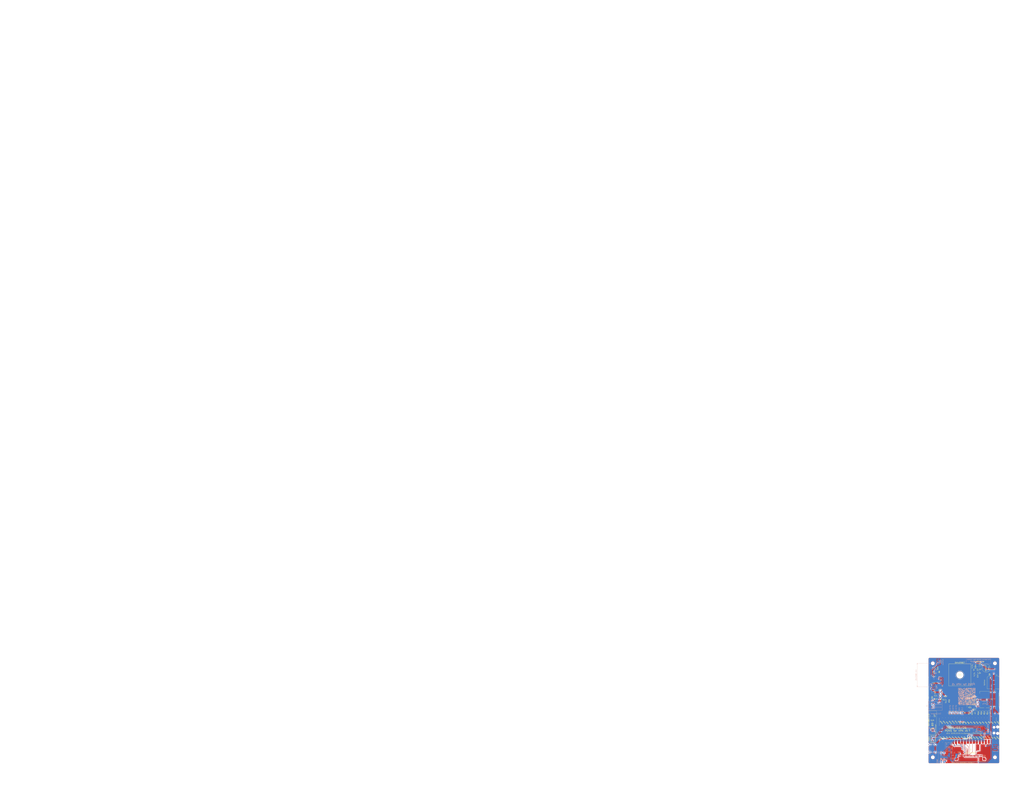
<source format=kicad_pcb>
(kicad_pcb (version 20240108) (generator "pcbnew") (generator_version "8.0")
  (title_block (title "Outdoor TFT kit") (date "2025-03-27") (rev "1.0") (comment 1 "PONS for HPA v5") (comment 2 "High brightness TFT from Newhaven") (comment 3 "With GNSS,SDIO, Ext.Speaker,LiPo Charger"))
  (layers (0 "F.Cu" signal) (31 "B.Cu" signal) (34 "B.Paste" user) (35 "F.Paste" user) (36 "B.SilkS" user "B.Silkscreen") (37 "F.SilkS" user "F.Silkscreen") (38 "B.Mask" user) (39 "F.Mask" user) (44 "Edge.Cuts" user))
  (net 0 "")
  (net 1 "GND")
  (net 2 "UART1_TX")
  (net 3 "UART1_RX")
  (net 6 "+3.3V")
  (net 8 "DB12")
  (net 9 "DB8")
  (net 10 "TFT_RESET")
  (net 11 "DB14")
  (net 12 "DB15")
  (net 13 "TFT_DC")
  (net 14 "DB13")
  (net 15 "TFT_WR")
  (net 16 "DB11")
  (net 17 "DB9")
  (net 18 "DB10")
  (net 19 "SW_GPIO26")
  (net 21 "GPIO13")
  (net 22 "GPIO11")
  (net 23 "VBAT")
  (net 24 "Net-(D1-A)")
  (net 25 "TFT_PWR")
  (net 26 "GPIO12")
  (net 27 "VBUS")
  (net 28 "Net-(D1-K)")
  (net 29 "VBAT_IN")
  (net 30 "VSYS")
  (net 31 "Net-(U2-PROG)")
  (net 35 "Net-(BT1-+)")
  (net 36 "Net-(D2-A)")
  (net 37 "Net-(C5-Pad2)")
  (net 38 "Net-(U4-IN-)")
  (net 39 "Net-(U4-IN+)")
  (net 40 "Net-(J1-Pin_1)")
  (net 41 "Net-(J1-Pin_2)")
  (net 42 "Net-(J4-DAT3{slash}CD)")
  (net 43 "Net-(J4-CLK)")
  (net 44 "Net-(J4-DAT0)")
  (net 45 "Net-(J4-DAT1)")
  (net 46 "SD_DETA")
  (net 47 "Net-(J4-CMD)")
  (net 48 "Net-(J4-DAT2)")
  (net 49 "Net-(J5-Pin_3)")
  (net 50 "Net-(J5-Pin_1)")
  (net 51 "PWM_AUDIO")
  (net 52 "SD_DAT2")
  (net 53 "SD_DAT3")
  (net 54 "SD_CMD")
  (net 55 "SD_CLK")
  (net 56 "SD_DAT0")
  (net 57 "SD_DAT1")
  (net 58 "AMP_SD")
  (net 60 "Net-(U4-OUT-)")
  (net 61 "Net-(U4-OUT+)")
  (net 64 "Net-(J2-38)")
  (net 82 "Net-(C6-Pad2)")
  (net 83 "Net-(C10-Pad2)")
  (net 84 "Net-(C6-Pad1)")
  (footprint "Resistor_SMD:R_0603_1608Metric_Pad0.98x0.95mm_HandSolder" (layer "F.Cu") (at 150.6728 99.7325 90)
    (property "Reference" "R12")
    (property "Value" "47")
  )
  (footprint "Capacitor_SMD:C_0603_1608Metric_Pad1.08x0.95mm_HandSolder" (layer "F.Cu") (at 129.1336 86.9188)
    (property "Reference" "C10")
    (property "Value" "0.1u")
  )
  (footprint "Battery:BatteryHolder_Seiko_MS621F" (layer "F.Cu") (at 163.83 56.479898 90)
    (property "Reference" "BT1")
    (property "Value" "MS621F")
  )
  (footprint "Resistor_SMD:R_0603_1608Metric_Pad0.98x0.95mm_HandSolder" (layer "F.Cu") (at 150.0124 89.0016 180)
    (property "Reference" "R19")
    (property "Value" "4.7k")
  )
  (footprint "Connector_JST:JST_PH_B2B-PH-K_1x02_P2.00mm_Vertical" (layer "F.Cu") (at 118.2097 122.5296 90)
    (property "Reference" "PWR1")
    (property "Value" "1s Lipo Power input")
  )
  (footprint "Diode_SMD:D_SOD-523" (layer "F.Cu") (at 158.3925 60.136 -90)
    (property "Reference" "D2")
    (property "Value" "RB520S-30")
  )
  (footprint "Inductor_SMD:L_1206_3216Metric_Pad1.22x1.90mm_HandSolder" (layer "F.Cu") (at 118.6688 82.2821 -90)
    (property "Reference" "FB1")
    (property "Value" "120")
  )
  (footprint "Capacitor_SMD:C_0603_1608Metric_Pad1.08x0.95mm_HandSolder" (layer "F.Cu") (at 120.904 86.36)
    (property "Reference" "C11")
    (property "Value" "220p")
  )
  (footprint "Resistor_SMD:R_0603_1608Metric_Pad0.98x0.95mm_HandSolder" (layer "F.Cu") (at 153.5176 95.25 180)
    (property "Reference" "R22")
    (property "Value" "4.7k")
  )
  (footprint "Resistor_SMD:R_0603_1608Metric_Pad0.98x0.95mm_HandSolder" (layer "F.Cu") (at 153.416 87.376 180)
    (property "Reference" "R18")
    (property "Value" "4.7k")
  )
  (footprint "Connector_PinHeader_2.54mm:PinHeader_1x05_P2.54mm_Vertical" (layer "F.Cu") (at 143.383 99.568 -90)
    (property "Reference" "J6")
    (property "Value" "Conn_01x05_Pin")
  )
  (footprint "Capacitor_SMD:C_0603_1608Metric_Pad1.08x0.95mm_HandSolder" (layer "F.Cu") (at 155.1432 66.9544 -90)
    (property "Reference" "C14")
    (property "Value" "4.7u")
  )
  (footprint "Capacitor_SMD:C_0603_1608Metric_Pad1.08x0.95mm_HandSolder" (layer "F.Cu") (at 156.21 60.325 -90)
    (property "Reference" "C2")
    (property "Value" "100n")
  )
  (footprint "Inductor_SMD:L_1206_3216Metric_Pad1.22x1.90mm_HandSolder" (layer "F.Cu") (at 116.078 86.614 -90)
    (property "Reference" "FB2")
    (property "Value" "120")
  )
  (footprint "Connector_Molex:CON_541324062_MOL" (layer "F.Cu") (at 150.475019 138.4824)
    (property "Reference" "J2")
    (property "Value" "541324062")
  )
  (footprint "Resistor_SMD:R_0603_1608Metric_Pad0.98x0.95mm_HandSolder" (layer "F.Cu") (at 153.142326 99.826 90)
    (property "Reference" "R11")
    (property "Value" "47")
  )
  (footprint "Capacitor_SMD:C_0603_1608Metric_Pad1.08x0.95mm_HandSolder" (layer "F.Cu") (at 153.416 60.0975 -90)
    (property "Reference" "C1")
    (property "Value" "4.7u")
  )
  (footprint "Resistor_SMD:R_0603_1608Metric_Pad0.98x0.95mm_HandSolder" (layer "F.Cu") (at 118.11 107.315 180)
    (property "Reference" "R5")
    (property "Value" "2.2k")
  )
  (footprint "Resistor_SMD:R_0603_1608Metric_Pad0.98x0.95mm_HandSolder" (layer "F.Cu") (at 122.682 64.897 -90)
    (property "Reference" "R8")
    (property "Value" "100")
  )
  (footprint "Resistor_SMD:R_0603_1608Metric_Pad0.98x0.95mm_HandSolder" (layer "F.Cu") (at 158.496 99.822 90)
    (property "Reference" "R16")
    (property "Value" "47")
  )
  (footprint "Connector_PinHeader_2.54mm:PinHeader_1x03_P2.54mm_Vertical" (layer "F.Cu") (at 124.968 85.725 180)
    (property "Reference" "J5")
    (property "Value" "Conn_01x03_Pin")
  )
  (footprint "Resistor_SMD:R_0603_1608Metric_Pad0.98x0.95mm_HandSolder" (layer "F.Cu") (at 118.11 111.633)
    (property "Reference" "R6")
    (property "Value" "470")
  )
  (footprint "Resistor_SMD:R_0603_1608Metric_Pad0.98x0.95mm_HandSolder" (layer "F.Cu") (at 150.0632 93.6244 180)
    (property "Reference" "R21")
    (property "Value" "4.7k")
  )
  (footprint "Resistor_SMD:R_0603_1608Metric_Pad0.98x0.95mm_HandSolder" (layer "F.Cu") (at 161.036 99.7325 90)
    (property "Reference" "R15")
    (property "Value" "47")
  )
  (footprint "Package_TO_SOT_SMD:SOT-23-5" (layer "F.Cu") (at 117.8052 102.3366 -90)
    (property "Reference" "U2")
    (property "Value" "MCP73831-2-OT")
  )
  (footprint "Resistor_SMD:R_0603_1608Metric_Pad0.98x0.95mm_HandSolder" (layer "F.Cu") (at 157.8845 64.262)
    (property "Reference" "R7")
    (property "Value" "1.2k")
  )
  (footprint "Capacitor_SMD:C_0603_1608Metric_Pad1.08x0.95mm_HandSolder" (layer "F.Cu") (at 120.396 64.77 90)
    (property "Reference" "C5")
    (property "Value" "1u")
  )
  (footprint "Capacitor_SMD:C_0603_1608Metric_Pad1.08x0.95mm_HandSolder" (layer "F.Cu") (at 120.904 89.154)
    (property "Reference" "C12")
    (property "Value" "220p")
  )
  (footprint "Resistor_SMD:R_0603_1608Metric_Pad0.98x0.95mm_HandSolder" (layer "F.Cu") (at 150.114 85.2932 180)
    (property "Reference" "R17")
    (property "Value" "4.7k")
  )
  (footprint "Resistor_SMD:R_0603_1608Metric_Pad0.98x0.95mm_HandSolder" (layer "F.Cu") (at 163.576 99.7325 90)
    (property "Reference" "R13")
    (property "Value" "47")
  )
  (footprint "RF_GPS:L86_QWS" (layer "F.Cu") (at 141.5273 67.31 180)
    (property "Reference" "U3")
    (property "Value" "LC86GPAMD")
  )
  (footprint "Resistor_SMD:R_0603_1608Metric_Pad0.98x0.95mm_HandSolder" (layer "F.Cu") (at 131.0132 89.5096 -90)
    (property "Reference" "R10")
    (property "Value" "1k")
  )
  (footprint "Resistor_SMD:R_0603_1608Metric_Pad0.98x0.95mm_HandSolder" (layer "F.Cu") (at 153.3652 91.1352 180)
    (property "Reference" "R20")
    (property "Value" "4.7k")
  )
  (footprint "Capacitor_SMD:CP_Elec_10x10.5" (layer "F.Cu") (at 169.9768 73.6251 -90)
    (property "Reference" "C8")
    (property "Value" "(1500u)")
  )
  (footprint "Connector_Card:microSD_HC_Hirose_DM3AT-SF-PEJM5" (layer "F.Cu") (at 166.356024 88.209 90)
    (property "Reference" "J4")
    (property "Value" "Micro_SD_Card_Det2")
  )
  (footprint "Resistor_SMD:R_0603_1608Metric_Pad0.98x0.95mm_HandSolder" (layer "F.Cu") (at 166.116 99.7325 90)
    (property "Reference" "R14")
    (property "Value" "47")
  )
  (footprint "Rasbery Pi Pico:RPi_Pico_SMD" (layer "F.Cu") (at 149.606 114.3 -90)
    (property "Reference" "U1")
    (property "Value" "Pico")
  )
  (footprint "Package_SO:SO-8_3.9x4.9mm_P1.27mm" (layer "F.Cu") (at 119.38 70.866 180)
    (property "Reference" "U4")
    (property "Value" "PAM8302AAD")
  )
  (footprint "Connector_JST:JST_XH_S2B-XH-A-1_1x02_P2.50mm_Horizontal" (layer "B.Cu") (at 118.745 92.329 -90)
    (property "Reference" "J1")
    (property "Value" "Ext. Speaker")
  )
  (footprint "Capacitor_SMD:C_0603_1608Metric_Pad1.08x0.95mm_HandSolder" (layer "B.Cu") (at 118.237 63.627 180)
    (property "Reference" "C7")
    (property "Value" "1u")
  )
  (footprint "DocQR:DocQRv5" (layer "B.Cu") (at 147.507818 85.622735 180)
    (property "Reference" "G***")
    (property "Value" "LOGO" (hide yes))
  )
  (footprint "Capacitor_SMD:C_1210_3225Metric_Pad1.33x2.70mm_HandSolder" (layer "B.Cu") (at 123.2916 56.2741 90)
    (property "Reference" "C15")
    (property "Value" "(220u)")
  )
  (footprint "Capacitor_SMD:C_0603_1608Metric_Pad1.08x0.95mm_HandSolder" (layer "B.Cu") (at 166.933874 91.8301 180)
    (property "Reference" "C3")
    (property "Value" "47u")
  )
  (footprint "Button_Switch_THT:SW_DIP_SPSTx02_Slide_9.78x7.26mm_W7.62mm_P2.54mm" (layer "B.Cu") (at 128.1665 141.3085 90)
    (property "Reference" "SW3")
    (property "Value" "BAT_TFT_SW")
  )
  (footprint "Package_TO_SOT_SMD:SOT-23" (layer "B.Cu") (at 162.8925 114.366 180)
    (property "Reference" "Q2")
    (property "Value" "DMG3415U")
  )
  (footprint "Capacitor_SMD:C_1210_3225Metric_Pad1.33x2.70mm_HandSolder" (layer "B.Cu") (at 171.8056 129.1213 90)
    (property "Reference" "C13")
    (property "Value" "(220u)")
  )
  (footprint "Jumper:SolderJumper-2_P1.3mm_Open_RoundedPad1.0x1.5mm" (layer "B.Cu") (at 132.334 130.81 90)
    (property "Reference" "JP2")
    (property "Value" "TFT_ON")
  )
  (footprint "Resistor_SMD:R_0603_1608Metric_Pad0.98x0.95mm_HandSolder" (layer "B.Cu") (at 125.6284 70.4596 180)
    (property "Reference" "R9")
    (property "Value" "100")
  )
  (footprint "Jumper:SolderJumper-2_P1.3mm_Open_RoundedPad1.0x1.5mm" (layer "B.Cu") (at 157.988 113.284)
    (property "Reference" "JP1")
    (property "Value" "BAT_ON")
  )
  (footprint "LED_SMD:LED_0603_1608Metric_Pad1.05x0.95mm_HandSolder" (layer "B.Cu") (at 118.1354 114.046)
    (property "Reference" "D1")
    (property "Value" "CHG LED")
  )
  (footprint "Resistor_SMD:R_0603_1608Metric_Pad0.98x0.95mm_HandSolder" (layer "B.Cu") (at 149.6295 119.507)
    (property "Reference" "R2")
    (property "Value" "470")
  )
  (footprint "Capacitor_SMD:C_0603_1608Metric_Pad1.08x0.95mm_HandSolder" (layer "B.Cu") (at 166.933874 89.662 180)
    (property "Reference" "C4")
    (property "Value" "100n")
  )
  (footprint "Capacitor_SMD:C_0603_1608Metric_Pad1.08x0.95mm_HandSolder" (layer "B.Cu") (at 126.5936 73.5573 90)
    (property "Reference" "C6")
    (property "Value" "1u")
  )
  (footprint "Capacitor_SMD:C_0603_1608Metric_Pad1.08x0.95mm_HandSolder" (layer "B.Cu") (at 118.237 65.913 180)
    (property "Reference" "C9")
    (property "Value" "47u")
  )
  (footprint "Potentiometer_SMD:Potentiometer_PVZ3A" (layer "B.Cu") (at 118.4327 77.4446 -90)
    (property "Reference" "RV1")
    (property "Value" "100k")
  )
  (footprint "Resistor_SMD:R_2512_6332Metric_Pad1.40x3.35mm_HandSolder" (layer "B.Cu") (at 135.382 135.89)
    (property "Reference" "R4")
    (property "Value" "1-10")
  )
  (footprint "Jumper:SolderJumper-2_P1.3mm_Open_RoundedPad1.0x1.5mm" (layer "B.Cu") (at 157.0228 56.4896)
    (property "Reference" "JP3")
    (property "Value" "VBCKP")
  )
  (footprint "Button_Switch_THT:SW_PUSH_6mm_H9.5mm" (layer "B.Cu") (at 120.5613 133.0694 90)
    (property "Reference" "SW1")
    (property "Value" "SW0_BOARD")
  )
  (footprint "Resistor_SMD:R_0603_1608Metric_Pad0.98x0.95mm_HandSolder" (layer "B.Cu") (at 135.0245 140.208)
    (property "Reference" "R3")
    (property "Value" "470")
  )
  (gr_rect (start 153.0858 110.7186) (end 160.4518 116.459) (stroke (width 0.1)) (fill none) (layer "B.SilkS"))
  (gr_rect (start 147.066 53.5432) (end 167.8432 57.912) (stroke (width 0.1)) (fill none) (layer "B.SilkS"))
  (gr_rect (start 129.1082 124.9172) (end 135.509 132.3512) (stroke (width 0.1)) (fill none) (layer "B.SilkS"))
  (gr_line (start 114.7826 97.8916) (end 121.6406 97.8916) (stroke (width 0.1)) (layer "F.SilkS"))
  (gr_line (start 155.5496 86.0044) (end 155.5496 96.9772) (stroke (width 0.1)) (layer "F.SilkS"))
  (gr_line (start 148.3868 97.7392) (end 167.2336 97.7392) (stroke (width 0.1)) (layer "F.SilkS"))
  (gr_line (start 147.574 84.0232) (end 147.574 94.996) (stroke (width 0.1)) (layer "F.SilkS"))
  (gr_line (start 121.6406 117.856) (end 114.554 117.856) (stroke (width 0.1)) (layer "F.SilkS"))
  (gr_line (start 121.6406 117.856) (end 121.6406 97.8916) (stroke (width 0.1)) (layer "F.SilkS"))
  (gr_circle (center 171.3465 57.414) (end 172.5465 57.414) (stroke (width 0.05)) (fill none) (layer "Edge.Cuts"))
  (gr_circle (center 118.5145 137.414) (end 119.7145 137.414) (stroke (width 0.05)) (fill none) (layer "Edge.Cuts"))
  (gr_line (start 115.7205 52.324) (end 174.1405 52.324) (stroke (width 0.05)) (layer "Edge.Cuts"))
  (gr_line (start 174.1405 142.865974) (end 115.7205 142.865974) (stroke (width 0.05)) (layer "Edge.Cuts"))
  (gr_arc (start 175.4105 141.595974) (mid 175.038535 142.494016) (end 174.1405 142.865974) (stroke (width 0.05)) (layer "Edge.Cuts"))
  (gr_line (start 175.4105 53.594) (end 175.4105 141.595974) (stroke (width 0.05)) (layer "Edge.Cuts"))
  (gr_arc (start 174.1405 52.324) (mid 175.038526 52.695974) (end 175.4105 53.594) (stroke (width 0.05)) (layer "Edge.Cuts"))
  (gr_arc (start 115.7205 142.865974) (mid 114.822484 142.493998) (end 114.4505 141.595974) (stroke (width 0.05)) (layer "Edge.Cuts"))
  (gr_circle (center 118.5145 57.414) (end 119.7145 57.414) (stroke (width 0.05)) (fill none) (layer "Edge.Cuts"))
  (gr_circle (center 171.3465 137.414) (end 172.5465 137.414) (stroke (width 0.05)) (fill none) (layer "Edge.Cuts"))
  (gr_arc (start 114.4505 53.594) (mid 114.822474 52.695974) (end 115.7205 52.324) (stroke (width 0.05)) (layer "Edge.Cuts"))
  (gr_line (start 114.4505 53.594) (end 114.4505 141.595974) (stroke (width 0.05)) (layer "Edge.Cuts"))
  (gr_text "VBAT_IN" (at 125.7808 123.3424 0) (layer "B.SilkS") (effects (font (size 1 1) (thickness 0.1)) (justify left bottom mirror)))
  (gr_text "Optional" (at 127.5588 53.7972 90) (layer "B.SilkS") (effects (font (size 0.8 0.8) (thickness 0.1)) (justify left bottom mirror)))
  (gr_text "PONS for HPA v5" (at 154.4828 76.1746 0) (layer "B.SilkS") (effects (font (size 1.5 1.5) (thickness 0.2)) (justify left bottom mirror)))
  (gr_text "SD Dec.Cap." (at 171.704 88.138 0) (layer "B.SilkS") (effects (font (size 0.9 0.9) (thickness 0.1)) (justify left bottom mirror)))
  (gr_text "Optional" (at 169.4688 132.6896 0) (layer "B.SilkS") (effects (font (size 0.8 0.8) (thickness 0.1)) (justify left bottom)))
  (gr_text "GND" (at 141.5288 94.742 90) (layer "B.SilkS") (effects (font (size 1 1) (thickness 0.1)) (justify left bottom mirror)))
  (gr_text "3.3V" (at 144.018 94.6912 90) (layer "B.SilkS") (effects (font (size 1 1) (thickness 0.1)) (justify left bottom mirror)))
  (gr_text "GND" (at 124.2568 121.0564 0) (layer "B.SilkS") (effects (font (size 1 1) (thickness 0.1)) (justify left bottom mirror)))
  (gr_text "For backup Lithium Bat. Failure." (at 167.4368 54.6608 0) (layer "B.SilkS") (effects (font (size 0.8 0.8) (thickness 0.1)) (justify left bottom mirror)))
  (gr_text "Ext.Speaker." (at 125.4252 100.838 0) (layer "B.SilkS") (effects (font (size 1 1) (thickness 0.1)) (justify left bottom mirror)))
  (gr_text "GPIO11" (at 138.8872 92.7608 90) (layer "B.SilkS") (effects (font (size 1 1) (thickness 0.1)) (justify left bottom mirror)))
  (gr_text "GPIO12" (at 136.2964 92.8116 90) (layer "B.SilkS") (effects (font (size 1 1) (thickness 0.1)) (justify left bottom mirror)))
  (gr_text "For SW.Fail." (at 130.683 125.1204 90) (layer "B.SilkS") (effects (font (size 0.8 0.8) (thickness 0.1)) (justify left bottom mirror)))
  (gr_text "For SW.Fail." (at 160.401 111.9886 0) (layer "B.SilkS") (effects (font (size 0.8 0.8) (thickness 0.1)) (justify left bottom mirror)))
  (gr_text "GPIO13" (at 133.7564 92.7608 90) (layer "B.SilkS") (effects (font (size 1 1) (thickness 0.1)) (justify left bottom mirror)))
  (gr_text "With GNSS,SDIO,Ext.Speaker,LiPoCharger" (at 129.921 117.602 0) (layer "F.SilkS") (effects (font (size 1 1) (thickness 0.1)) (justify left bottom)))
  (gr_text "Lipo Charger" (at 121.285 117.7544 90) (layer "F.SilkS") (effects (font (size 0.9 0.9) (thickness 0.1)) (justify left bottom)))
  (gr_text "Optional" (at 162.8648 76.3016 90) (layer "F.SilkS") (effects (font (size 0.8 0.8) (thickness 0.1)) (justify left bottom)))
  (gr_text "NHD-2.4-240320CF-CSXN#-F" (at 134.7705 142.494 0) (layer "F.SilkS") (effects (font (size 0.8 0.8) (thickness 0.1)) (justify left bottom)))
  (gr_text "2025/03/26" (at 129.667 113.411 0) (layer "F.SilkS") (effects (font (size 1.8 1.8) (thickness 0.2)) (justify left bottom)))
  (gr_text "PONS for HPA v5" (at 128.524 115.697 0) (layer "F.SilkS") (effects (font (size 1.5 1.5) (thickness 0.2)) (justify left bottom)))
  (dimension (type aligned) (layer "B.SilkS") (pts (xy 118.5145 57.414) (xy 118.4327 77.4446)) (height 13.093589) (gr_text "20.0308 mm" (at 104.280129 67.371337 89.76601955) (layer "B.SilkS") (effects (font (size 1 1) (thickness 0.1)))) (format (prefix "") (suffix "") (units 3) (units_format 1) (precision 4)) (style (thickness 0.1) (arrow_length 1.27) (text_position_mode 0) (extension_height 0.58642) (extension_offset 0.5) keep_text_aligned))
  (segment (start 156.21 61.1875) (end 157.2615 60.136) (width 0.4) (layer "F.Cu") (net 1))
  (segment (start 144.1973 73.66) (end 149.2773 68.58) (width 0.4) (layer "F.Cu") (net 1))
  (segment (start 161.29 91.948) (end 162.931024 93.589024) (width 0.4) (layer "F.Cu") (net 1))
  (segment (start 158.323963 132.558963) (end 160.147 132.558963) (width 0.4) (layer "F.Cu") (net 1))
  (segment (start 168.656 121.158) (end 168.656 123.19) (width 0.4) (layer "F.Cu") (net 1))
  (segment (start 142.748 136.906) (end 143.256 136.906) (width 0.2) (layer "F.Cu") (net 1))
  (segment (start 132.588 121.158) (end 143.129 121.158) (width 0.4) (layer "F.Cu") (net 1))
  (segment (start 144.225039 135.984407) (end 144.225039 136.825961) (width 0.2) (layer "F.Cu") (net 1))
  (segment (start 142.225038 136.834408) (end 142.225038 135.984407) (width 0.2) (layer "F.Cu") (net 1))
  (segment (start 147.4724 65.1256) (end 150.9014 65.1256) (width 0.4) (layer "F.Cu") (net 1))
  (segment (start 128.905 127.127) (end 123.825 127.127) (width 0.4) (layer "F.Cu") (net 1))
  (segment (start 161.29 91.821) (end 161.29 90.934) (width 0.4) (layer "F.Cu") (net 1))
  (segment (start 161.29 90.934) (end 158.631024 90.934) (width 0.4) (layer "F.Cu") (net 1))
  (segment (start 173.99 79.502) (end 173.99 80.01) (width 0.4) (layer "F.Cu") (net 1))
  (segment (start 168.656 123.19) (end 168.656 127.576926) (width 0.4) (layer "F.Cu") (net 1))
  (segment (start 160.147 132.558963) (end 163.673963 132.558963) (width 0.4) (layer "F.Cu") (net 1))
  (segment (start 162.931024 93.589024) (end 162.931024 95.034) (width 0.4) (layer "F.Cu") (net 1))
  (segment (start 171.695 79.502) (end 170.053 77.86) (width 0.4) (layer "F.Cu") (net 1))
  (segment (start 117.856 101.2499) (end 117.8052 101.1991) (width 0.4) (layer "F.Cu") (net 1))
  (segment (start 169.283726 127.576926) (end 169.418 127.7112) (width 0.4) (layer "F.Cu") (net 1))
  (segment (start 173.131024 85.09) (end 173.131024 82.134) (width 0.4) (layer "F.Cu") (net 1))
  (segment (start 121.7665 89.154) (end 125.832346 89.154) (width 0.4) (layer "F.Cu") (net 1))
  (segment (start 123.825 127.127) (end 123.571 126.873) (width 0.4) (layer "F.Cu") (net 1))
  (segment (start 127.889 115.697) (end 127.889 117.729) (width 0.4) (layer "F.Cu") (net 1))
  (segment (start 142.153446 136.906) (end 142.748 136.906) (width 0.2) (layer "F.Cu") (net 1))
  (segment (start 163.455898 60.136) (end 164.58 59.011898) (width 0.4) (layer "F.Cu") (net 1))
  (segment (start 125.832346 89.154) (end 130.69 94.011654) (width 0.4) (layer "F.Cu") (net 1))
  (segment (start 121.555 86.1485) (end 121.7665 86.36) (width 0.4) (layer "F.Cu") (net 1))
  (segment (start 168.656 120.904) (end 168.656 121.158) (width 0.4) (layer "F.Cu") (net 1))
  (segment (start 121.7665 89.154) (end 121.7665 86.36) (width 0.4) (layer "F.Cu") (net 1))
  (segment (start 155.1432 67.8169) (end 153.215 67.8169) (width 0.4) (layer "F.Cu") (net 1))
  (segment (start 144.145 136.906) (end 144.225039 136.825961) (width 0.2) (layer "F.Cu") (net 1))
  (segment (start 124.153 114.3) (end 125.706 114.3) (width 0.4) (layer "F.Cu") (net 1))
  (segment (start 143.129 121.158) (end 143.129 123.063) (width 0.4) (layer "F.Cu") (net 1))
  (segment (start 143.383 105.537) (end 143.256 105.41) (width 0.4) (layer "F.Cu") (net 1))
  (segment (start 153.289 62.484) (end 153.416 62.357) (width 0.4) (layer "F.Cu") (net 1))
  (segment (start 143.764 136.906) (end 144.145 136.906) (width 0.2) (layer "F.Cu") (net 1))
  (segment (start 143.383 107.95) (end 143.383 105.537) (width 0.4) (layer "F.Cu") (net 1))
  (segment (start 130.556 125.476) (end 128.905 127.127) (width 0.4) (layer "F.Cu") (net 1))
  (segment (start 155.956 105.41) (end 157.861 107.315) (width 0.4) (layer "F.Cu") (net 1))
  (segment (start 157.2615 60.136) (end 160.528 60.136) (width 0.4) (layer "F.Cu") (net 1))
  (segment (start 139.954 134.62) (end 140.97 134.62) (width 0.4) (layer "F.Cu") (net 1))
  (segment (start 130.556 105.41) (end 133.096 107.95) (width 0.4) (layer "F.Cu") (net 1))
  (segment (start 168.656 127.576926) (end 163.673963 132.558963) (width 0.4) (layer "F.Cu") (net 1))
  (segment (start 158.631024 94.084) (end 159.431024 94.084) (width 0.4) (layer "F.Cu") (net 1))
  (segment (start 116.805 71.501) (end 117.679999 71.501) (width 0.4) (layer "F.Cu") (net 1))
  (segment (start 160.528 60.136) (end 163.455898 60.136) (width 0.4) (layer "F.Cu") (net 1))
  (segment (start 158.631024 83.884) (end 161.417 86.669976) (width 0.4) (layer "F.Cu") (net 1))
  (segment (start 173.99 80.01) (end 173.731024 80.268976) (width 0.4) (layer "F.Cu") (net 1))
  (segment (start 118.656999 72.478001) (end 121.555 75.376001) (width 0.4) (layer "F.Cu") (net 1))
  (segment (start 120.142 97.663) (end 117.8052 99.9998) (width 0.4) (layer "F.Cu") (net 1))
  (segment (start 117.856 102.616) (end 117.856 101.2499) (width 0.4) (layer "F.Cu") (net 1))
  (segment (start 141.225037 136.834405) (end 141.296632 136.906) (width 0.2) (layer "F.Cu") (net 1))
  (segment (start 133.096 107.95) (end 143.383 107.95) (width 0.4) (layer "F.Cu") (net 1))
  (segment (start 144.526 109.093) (end 166.116 109.093) (width 0.4) (layer "F.Cu") (net 1))
  (segment (start 168.148 107.569) (end 168.148 105.918) (width 0.4) (layer "F.Cu") (net 1))
  (segment (start 141.225037 135.984407) (end 141.225037 134.875037) (width 0.2) (layer "F.Cu") (net 1))
  (segment (start 161.29 92.225024) (end 161.29 91.821) (width 0.4) (layer "F.Cu") (net 1))
  (segment (start 130.69 97.282) (end 130.69 105.276) (width 0.4) (layer "F.Cu") (net 1))
  (segment (start 142.725037 135.984407) (end 142.725037 136.883037) (width 0.2) (layer "F.Cu") (net 1))
  (segment (start 116.0613 122.678) (end 116.0613 126.5694) (width 0.4) (layer "F.Cu") (net 1))
  (segment (start 141.714 102.108) (end 140.8684 102.108) (width 0.4) (layer "F.Cu") (net 1))
  (segment (start 142.153446 136.906) (end 142.225038 136.834408) (width 0.2) (layer "F.Cu") (net 1))
  (segment (start 143.225039 136.875039) (end 143.256 136.906) (width 0.2) (layer "F.Cu") (net 1))
  (segment (start 131.572 126.238) (end 139.954 134.62) (width 0.4) (layer "F.Cu") (net 1))
  (segment (start 173.99 79.502) (end 171.695 79.502) (width 0.4) (layer "F.Cu") (net 1))
  (segment (start 150.9014 65.1256) (end 153.289 62.738) (width 0.4) (layer "F.Cu") (net 1))
  (segment (start 157.861 107.315) (end 166.071374 107.315) (width 0.4) (layer "F.Cu") (net 1))
  (segment (start 125.706 114.3) (end 126.492 114.3) (width 0.4) (layer "F.Cu") (net 1))
  (segment (start 130.556 123.19) (end 132.588 121.158) (width 0.4) (layer "F.Cu") (net 1))
  (segment (start 121.6058 78.232) (end 121.555 78.1812) (width 0.2) (layer "F.Cu") (net 1))
  (segment (start 153.416 62.357) (end 153.416 60.96) (width 0.4) (layer "F.Cu") (net 1))
  (segment (start 141.225037 134.875037) (end 140.97 134.62) (width 0.2) (layer "F.Cu") (net 1))
  (segment (start 160.225038 132.637001) (end 160.147 132.558963) (width 0.2) (layer "F.Cu") (net 1))
  (segment (start 173.281024 95.034) (end 173.131024 94.884) (width 0.4) (layer "F.Cu") (net 1))
  (segment (start 140.8684 102.108) (end 140.843 102.0826) (width 0.4) (layer "F.Cu") (net 1))
  (segment (start 143.383 107.95) (end 144.526 109.093) (width 0.4) (layer "F.Cu") (net 1))
  (segment (start 168.148 105.918) (end 168.656 105.41) (width 0.4) (layer "F.Cu") (net 1))
  (segment (start 168.656 99.659024) (end 173.281024 95.034) (width 0.4) (layer "F.Cu") (net 1))
  (segment (start 125.832346 89.154) (end 126.0359 89.154) (width 0.4) (layer "F.Cu") (net 1))
  (segment (start 118.656999 71.716001) (end 118.656999 72.478001) (width 0.4) (layer "F.Cu") (net 1))
  (segment (start 117.1975 107.315) (end 117.1975 105.4335) (width 0.4) (layer "F.Cu") (net 1))
  (segment (start 153.289 62.738) (end 153.289 62.484) (width 0.4) (layer "F.Cu") (net 1))
  (segment (start 123.571 125.8909) (end 118.2097 120.5296) (width 0.4) (layer "F.Cu") (net 1))
  (segment (start 161.417 90.932) (end 161.415 90.934) (width 0.4) (layer "F.Cu") (net 1))
  (segment (start 124.968 83.185) (end 121.793 86.36) (width 0.4) (layer "F.Cu") (net 1))
  (segment (start 119.507 70.866) (end 118.656999 71.716001) (width 0.4) (layer "F.Cu") (net 1))
  (segment (start 121.7665 89.154) (end 121.7665 96.4449) (width 0.4) (layer "F.Cu") (net 1))
  (segment (start 130.69 105.276) (end 130.556 105.41) (width 0.4) (layer "F.Cu") (net 1))
  (segment (start 149.2773 68.58) (end 147.4724 66.7751) (width 0.4) (layer "F.Cu") (net 1))
  (segment (start 130.556 125.222) (end 130.556 123.19) (width 0.4) (layer "F.Cu") (net 1))
  (segment (start 161.417 86.669976) (end 161.417 90.932) (width 0.4) (layer "F.Cu") (net 1))
  (segment (start 161.415 90.934) (end 161.29 90.934) (width 0.4) (layer "F.Cu") (net 1))
  (segment (start 168.656 105.41) (end 168.656 99.659024) (width 0.4) (layer "F.Cu") (net 1))
  (segment (start 143.256 103.65) (end 141.714 102.108) (width 0.4) (layer "F.Cu") (net 1))
  (segment (start 121.793 86.36) (end 121.7665 86.36) (width 0.4) (layer "F.Cu") (net 1))
  (segment (start 166.878 117.856) (end 166.878 119.126) (width 0.4) (layer "F.Cu") (net 1))
  (segment (start 121.7665 96.4449) (end 120.5484 97.663) (width 0.4) (layer "F.Cu") (net 1))
  (segment (start 173.131024 82.134) (end 173.731024 81.534) (width 0.4) (layer "F.Cu") (net 1))
  (segment (start 121.555 75.376001) (end 121.555 78.1812) (width 0.4) (layer "F.Cu") (net 1))
  (segment (start 155.956 123.19) (end 157.988 121.158) (width 0.4) (layer "F.Cu") (net 1))
  (segment (start 117.679999 71.501) (end 118.656999 72.478001) (width 0.4) (layer "F.Cu") (net 1))
  (segment (start 160.225038 135.984407) (end 160.225038 132.637001) (width 0.2) (layer "F.Cu") (net 1))
  (segment (start 171.925024 83.884) (end 158.631024 83.884) (width 0.4) (layer "F.Cu") (net 1))
  (segment (start 155.74852 135.134406) (end 158.323963 132.558963) (width 0.4) (layer "F.Cu") (net 1))
  (segment (start 173.131024 94.884) (end 173.131024 85.09) (width 0.4) (layer "F.Cu") (net 1))
  (segment (start 159.431024 94.084) (end 161.29 92.225024) (width 0.4) (layer "F.Cu") (net 1))
  (segment (start 122.428 78.232) (end 121.6058 78.232) (width 0.2) (layer "F.Cu") (net 1))
  (segment (start 140.843 102.0826) (end 140.843 99.568) (width 0.4) (layer "F.Cu") (net 1))
  (segment (start 127.889 117.729) (end 124.333 121.285) (width 0.4) (layer "F.Cu") (net 1))
  (segment (start 149.2773 68.3799) (end 149.2773 68.58) (width 0.4) (layer "F.Cu") (net 1))
  (segment (start 143.256 105.41) (end 143.256 103.65) (width 0.4) (layer "F.Cu") (net 1))
  (segment (start 143.225039 135.984407) (end 143.225039 136.875039) (width 0.2) (layer "F.Cu") (net 1))
  (segment (start 117.8052 99.9998) (end 117.8052 101.1991) (width 0.4) (layer "F.Cu") (net 1))
  (segment (start 120.5484 97.663) (end 120.142 97.663) (width 0.4) (layer "F.Cu") (net 1))
  (segment (start 130.69 94.011654) (end 130.69 97.282) (width 0.4) (layer "F.Cu") (net 1))
  (segment (start 155.725039 135.157887) (end 155.74852 135.134406) (width 0.2) (layer "F.Cu") (net 1))
  (segment (start 142.725037 136.883037) (end 142.748 136.906) (width 0.2) (layer "F.Cu") (net 1))
  (segment (start 155.9825 60.96) (end 156.21 61.1875) (width 0.4) (layer "F.Cu") (net 1))
  (segment (start 173.131024 85.09) (end 171.925024 83.884) (width 0.4) (layer "F.Cu") (net 1))
  (segment (start 160.528 61.3156) (end 160.528 60.136) (width 0.4) (layer "F.Cu") (net 1))
  (segment (start 124.333 121.285) (end 118.9651 121.285) (width 0.4) (layer "F.Cu") (net 1))
  (segment (start 126.492 114.3) (end 127.889 115.697) (width 0.4) (layer "F.Cu") (net 1))
  (segment (start 160.7312 61.5188) (end 160.528 61.3156) (width 0.4) (layer "F.Cu") (net 1))
  (segment (start 155.725039 135.984407) (end 155.725039 135.157887) (width 0.2) (layer "F.Cu") (net 1))
  (segment (start 126.0359 89.154) (end 128.2711 86.9188) (width 0.4) (layer "F.Cu") (net 1))
  (segment (start 168.656 127.576926) (end 169.283726 127.576926) (width 0.4) (layer "F.Cu") (net 1))
  (segment (start 117.1975 105.4335) (end 117.221 105.41) (width 0.4) (layer "F.Cu") (net 1))
  (segment (start 131.572 126.238) (end 130.556 125.222) (width 0.4) (layer "F.Cu") (net 1))
  (segment (start 141.225037 135.984407) (end 141.225037 136.834405) (width 0.2) (layer "F.Cu") (net 1))
  (segment (start 157.988 121.158) (end 168.656 121.158) (width 0.4) (layer "F.Cu") (net 1))
  (segment (start 141.296632 136.906) (end 142.153446 136.906) (width 0.2) (layer "F.Cu") (net 1))
  (segment (start 152.4519 68.58) (end 149.2773 68.58) (width 0.4) (layer "F.Cu") (net 1))
  (segment (start 173.731024 80.268976) (end 173.731024 81.534) (width 0.4) (layer "F.Cu") (net 1))
  (segment (start 153.215 67.8169) (end 152.4519 68.58) (width 0.4) (layer "F.Cu") (net 1))
  (segment (start 133.7773 73.66) (end 144.1973 73.66) (width 0.4) (layer "F.Cu") (net 1))
  (segment (start 143.725038 136.867038) (end 143.764 136.906) (width 0.2) (layer "F.Cu") (net 1))
  (segment (start 166.878 119.126) (end 168.656 120.904) (width 0.4) (layer "F.Cu") (net 1))
  (segment (start 153.416 60.96) (end 155.9825 60.96) (width 0.4) (layer "F.Cu") (net 1))
  (segment (start 166.624 109.093) (end 168.148 107.569) (width 0.4) (layer "F.Cu") (net 1))
  (segment (start 143.256 136.906) (end 143.764 136.906) (width 0.2) (layer "F.Cu") (net 1))
  (segment (start 121.555 78.1812) (end 121.555 86.1485) (width 0.4) (layer "F.Cu") (net 1))
  (segment (start 147.4724 66.7751) (end 147.4724 65.1256) (width 0.4) (layer "F.Cu") (net 1))
  (segment (start 143.725038 135.984407) (end 143.725038 136.867038) (width 0.2) (layer "F.Cu") (net 1))
  (segment (start 143.129 123.063) (end 143.256 123.19) (width 0.4) (layer "F.Cu") (net 1))
  (segment (start 123.571 126.873) (end 123.571 125.8909) (width 0.4) (layer "F.Cu") (net 1))
  (segment (start 118.2097 120.5296) (end 116.0613 122.678) (width 0.4) (layer "F.Cu") (net 1))
  (segment (start 118.9651 121.285) (end 118.2097 120.5296) (width 0.4) (layer "F.Cu") (net 1))
  (segment (start 164.58 59.011898) (end 164.58 56.479898) (width 0.4) (layer "F.Cu") (net 1))
  (segment (start 161.29 91.821) (end 161.29 91.948) (width 0.4) (layer "F.Cu") (net 1))
  (segment (start 166.116 109.093) (end 166.624 109.093) (width 0.4) (layer "F.Cu") (net 1))
  (segment (start 130.556 123.19) (end 130.556 125.476) (width 0.4) (layer "F.Cu") (net 1))
  (via (at 122.428 78.232) (size 0.6) (drill 0.3) (layers "F.Cu" "B.Cu") (net 1))
  (via (at 166.071374 107.315) (size 0.6) (drill 0.3) (layers "F.Cu" "B.Cu") (net 1))
  (via (at 160.7312 61.5188) (size 0.6) (drill 0.3) (layers "F.Cu" "B.Cu") (net 1))
  (via (at 117.221 105.41) (size 0.6) (drill 0.3) (layers "F.Cu" "B.Cu") (net 1))
  (via (at 169.418 127.7112) (size 0.6) (drill 0.3) (layers "F.Cu" "B.Cu") (net 1))
  (via (at 117.856 102.616) (size 0.6) (drill 0.3) (layers "F.Cu" "B.Cu") (net 1))
  (via (at 167.005 90.678) (size 0.6) (drill 0.3) (layers "F.Cu" "B.Cu") (net 1))
  (via (at 119.507 70.866) (size 0.6) (drill 0.3) (layers "F.Cu" "B.Cu") (net 1))
  (via (at 166.878 117.856) (size 0.6) (drill 0.3) (layers "F.Cu" "B.Cu") (net 1))
  (via (at 173.99 79.502) (size 0.6) (drill 0.3) (layers "F.Cu" "B.Cu") (net 1))
  (via (at 166.116 109.093) (size 0.6) (drill 0.3) (layers "F.Cu" "B.Cu") (net 1))
  (segment (start 173.99 67.945) (end 173.99 69.85) (width 0.4) (layer "B.Cu") (net 1))
  (segment (start 166.071374 90.805) (end 166.878 90.805) (width 0.4) (layer "B.Cu") (net 1))
  (segment (start 173.99 69.85) (end 173.99 79.502) (width 0.4) (layer "B.Cu") (net 1))
  (segment (start 166.071374 109.048374) (end 166.116 109.093) (width 0.4) (layer "B.Cu") (net 1))
  (segment (start 119.4487 79.0956) (end 121.5644 79.0956) (width 0.2) (layer "B.Cu") (net 1))
  (segment (start 161.2392 62.0268) (end 160.7312 61.5188) (width 0.4) (layer "B.Cu") (net 1))
  (segment (start 166.97 117.764) (end 166.878 117.856) (width 0.4) (layer "B.Cu") (net 1))
  (segment (start 161.2392 65.024) (end 171.323 65.024) (width 0.4) (layer "B.Cu") (net 1))
  (segment (start 128.5033 110.236) (end 166.97 110.236) (width 0.4) (layer "B.Cu") (net 1))
  (segment (start 169.418 127.7112) (end 171.6532 127.7112) (width 0.4) (layer "B.Cu") (net 1))
  (segment (start 171.6532 127.7112) (end 171.8056 127.5588) (width 0.4) (layer "B.Cu") (net 1))
  (segment (start 171.323 65.278) (end 173.99 67.945) (width 0.4) (layer "B.Cu") (net 1))
  (segment (start 166.97 110.236) (end 166.97 117.764) (width 0.4) (layer "B.Cu") (net 1))
  (segment (start 166.071374 107.315) (end 166.071374 109.048374) (width 0.4) (layer "B.Cu") (net 1))
  (segment (start 166.071374 89.662) (end 166.071374 90.805) (width 0.4) (layer "B.Cu") (net 1))
  (segment (start 117.348 105.283) (end 117.348 103.124) (width 0.4) (layer "B.Cu") (net 1))
  (segment (start 116.0613 126.5694) (end 116.0613 133.0694) (width 0.4) (layer "B.Cu") (net 1))
  (segment (start 161.2392 65.024) (end 161.2392 62.0268) (width 0.4) (layer "B.Cu") (net 1))
  (segment (start 117.3745 65.913) (end 117.3745 68.7335) (width 0.4) (layer "B.Cu") (net 1))
  (segment (start 117.3745 63.627) (end 117.3745 65.913) (width 0.4) (layer "B.Cu") (net 1))
  (segment (start 121.5644 79.0956) (end 122.428 78.232) (width 0.2) (layer "B.Cu") (net 1))
  (segment (start 166.071374 90.805) (end 166.071374 91.8301) (width 0.4) (layer "B.Cu") (net 1))
  (segment (start 173.99 69.85) (end 173.99 70.866) (width 0.4) (layer "B.Cu") (net 1))
  (segment (start 166.878 90.805) (end 167.005 90.678) (width 0.4) (layer "B.Cu") (net 1))
  (segment (start 123.2916 54.7116) (end 117.2464 54.7116) (width 0.4) (layer "B.Cu") (net 1))
  (segment (start 166.97 109.947) (end 166.97 110.236) (width 0.4) (layer "B.Cu") (net 1))
  (segment (start 117.221 105.41) (end 117.348 105.283) (width 0.4) (layer "B.Cu") (net 1))
  (segment (start 116.1796 55.7784) (end 116.1796 62.6872) (width 0.4) (layer "B.Cu") (net 1))
  (segment (start 117.1194 63.627) (end 117.3745 63.627) (width 0.4) (layer "B.Cu") (net 1))
  (segment (start 166.116 109.093) (end 166.97 109.947) (width 0.4) (layer "B.Cu") (net 1))
  (segment (start 117.348 103.124) (end 117.856 102.616) (width 0.4) (layer "B.Cu") (net 1))
  (segment (start 117.3745 68.7335) (end 119.507 70.866) (width 0.4) (layer "B.Cu") (net 1))
  (segment (start 171.323 65.024) (end 171.323 65.278) (width 0.4) (layer "B.Cu") (net 1))
  (segment (start 117.2464 54.7116) (end 116.1796 55.7784) (width 0.4) (layer "B.Cu") (net 1))
  (segment (start 118.2097 120.5296) (end 128.5033 110.236) (width 0.4) (layer "B.Cu") (net 1))
  (segment (start 166.071374 91.8301) (end 166.071374 107.315) (width 0.4) (layer "B.Cu") (net 1))
  (segment (start 116.1796 62.6872) (end 117.1194 63.627) (width 0.4) (layer "B.Cu") (net 1))
  (segment (start 162.306 82.169) (end 171.069 82.169) (width 0.2) (layer "F.Cu") (net 2))
  (segment (start 174.371 104.775) (end 173.736 105.41) (width 0.2) (layer "F.Cu") (net 2))
  (segment (start 153.797 73.66) (end 162.306 82.169) (width 0.2) (layer "F.Cu") (net 2))
  (segment (start 149.2773 73.66) (end 153.797 73.66) (width 0.2) (layer "F.Cu") (net 2))
  (segment (start 174.371 100.203) (end 174.371 104.775) (width 0.2) (layer "F.Cu") (net 2))
  (via (at 174.371 100.203) (size 0.6) (drill 0.3) (layers "F.Cu" "B.Cu") (net 2))
  (via (at 171.069 82.169) (size 0.6) (drill 0.3) (layers "F.Cu" "B.Cu") (net 2))
  (segment (start 171.069 96.901) (end 174.371 100.203) (width 0.2) (layer "B.Cu") (net 2))
  (segment (start 171.069 82.169) (end 171.069 96.901) (width 0.2) (layer "B.Cu") (net 2))
  (segment (start 159.961 70.798) (end 164.973 65.786) (width 0.2) (layer "F.Cu") (net 3))
  (segment (start 164.973 65.786) (end 170.307 65.786) (width 0.2) (layer "F.Cu") (net 3))
  (segment (start 149.5993 70.798) (end 159.961 70.798) (width 0.2) (layer "F.Cu") (net 3))
  (segment (start 171.196 105.41) (end 171.196 100.203) (width 0.2) (layer "F.Cu") (net 3))
  (segment (start 171.196 100.203) (end 171.323 100.076) (width 0.2) (layer "F.Cu") (net 3))
  (segment (start 149.2773 71.12) (end 149.5993 70.798) (width 0.2) (layer "F.Cu") (net 3))
  (via (at 170.307 65.786) (size 0.6) (drill 0.3) (layers "F.Cu" "B.Cu") (net 3))
  (via (at 171.323 100.076) (size 0.6) (drill 0.3) (layers "F.Cu" "B.Cu") (net 3))
  (segment (start 170.307 99.06) (end 170.307 65.786) (width 0.2) (layer "B.Cu") (net 3))
  (segment (start 171.323 100.076) (end 170.307 99.06) (width 0.2) (layer "B.Cu") (net 3))
  (segment (start 154.225039 137.239961) (end 154.178 137.287) (width 0.2) (layer "F.Cu") (net 6))
  (segment (start 145.701113 137.287) (end 154.178 137.287) (width 0.4) (layer "F.Cu") (net 6))
  (segment (start 157.225039 135.984407) (end 157.225039 137.263519) (width 0.2) (layer "F.Cu") (net 6))
  (segment (start 145.558057 137.143943) (end 145.558057 137.143944) (width 0.4) (layer "F.Cu") (net 6))
  (segment (start 156.591 89.281) (end 156.3704 89.5016) (width 0.4) (layer "F.Cu") (net 6))
  (segment (start 158.631024 88.734) (end 156.464 88.734) (width 0.4) (layer "F.Cu") (net 6))
  (segment (start 154.178 137.287) (end 154.813 137.287) (width 0.4) (layer "F.Cu") (net 6))
  (segment (start 145.558057 137.143944) (end 145.701113 137.287) (width 0.4) (layer "F.Cu") (net 6))
  (segment (start 159.813 64.262) (end 160.575 63.5) (width 0.4) (layer "F.Cu") (net 6))
  (segment (start 160.5788 58.5216) (end 160.767 58.3334) (width 0.4) (layer "F.Cu") (net 6))
  (segment (start 169.663 69.85) (end 170.053 69.46) (width 0.4) (layer "F.Cu") (net 6))
  (segment (start 151.0411 95.7961) (end 151.1427 95.7961) (width 0.4) (layer "F.Cu") (net 6))
  (segment (start 151.1427 95.7961) (end 151.6888 95.25) (width 0.4) (layer "F.Cu") (net 6))
  (segment (start 151.6888 95.25) (end 152.6051 95.25) (width 0.4) (layer "F.Cu") (net 6))
  (segment (start 172.466 63.754) (end 172.212 63.5) (width 0.4) (layer "F.Cu") (net 6))
  (segment (start 149.1507 93.6244) (end 149.1507 93.9057) (width 0.4) (layer "F.Cu") (net 6))
  (segment (start 149.1507 93.218) (end 149.1507 93.6244) (width 0.4) (layer "F.Cu") (net 6))
  (segment (start 172.457 68.698) (end 172.466 68.707) (width 0.4) (layer "F.Cu") (net 6))
  (segment (start 167.894 69.85) (end 169.663 69.85) (width 0.4) (layer "F.Cu") (net 6))
  (segment (start 154.94 54.483) (end 125.6538 54.483) (width 0.4) (layer "F.Cu") (net 6))
  (segment (start 151.2335 91.1352) (end 149.1507 93.218) (width 0.4) (layer "F.Cu") (net 6))
  (segment (start 160.767 58.3334) (end 160.767 54.483) (width 0.4) (layer "F.Cu") (net 6))
  (segment (start 119.126 68.784999) (end 117.679999 70.231) (width 0.4) (layer "F.Cu") (net 6))
  (segment (start 157.225039 137.263519) (end 157.24852 137.287) (width 0.2) (layer "F.Cu") (net 6))
  (segment (start 125.6538 54.483) (end 119.0244 61.1124) (width 0.4) (layer "F.Cu") (net 6))
  (segment (start 151.0411 95.7961) (end 152.4 97.155) (width 0.4) (layer "F.Cu") (net 6))
  (segment (start 157.24852 141.32848) (end 157.226 141.351) (width 0.4) (layer "F.Cu") (net 6))
  (segment (start 149.0999 89.0016) (end 150.7255 87.376) (width 0.4) (layer "F.Cu") (net 6))
  (segment (start 149.2015 85.852) (end 149.2015 85.2932) (width 0.4) (layer "F.Cu") (net 6))
  (segment (start 172.457 68.698) (end 171.695 69.46) (width 0.4) (layer "F.Cu") (net 6))
  (segment (start 160.767 54.483) (end 154.94 54.483) (width 0.4) (layer "F.Cu") (net 6))
  (segment (start 154.0863 89.5016) (end 152.4527 91.1352) (width 0.4) (layer "F.Cu") (net 6))
  (segment (start 172.212 63.5) (end 160.575 63.5) (width 0.4) (layer "F.Cu") (net 6))
  (segment (start 171.695 69.46) (end 170.053 69.46) (width 0.4) (layer "F.Cu") (net 6))
  (segment (start 154.94 54.483) (end 154.94 56.4388) (width 0.4) (layer "F.Cu") (net 6))
  (segment (start 156.589642 66.04) (end 158.367642 64.262) (width 0.4) (layer "F.Cu") (net 6))
  (segment (start 145.225037 135.984407) (end 145.225037 136.810923) (width 0.2) (layer "F.Cu") (net 6))
  (segment (start 149.2773 66.04) (end 156.589642 66.04) (width 0.4) (layer "F.Cu") (net 6))
  (segment (start 149.1507 93.9057) (end 151.0411 95.7961) (width 0.4) (layer "F.Cu") (net 6))
  (segment (start 150.7255 87.376) (end 149.2015 85.852) (width 0.4) (layer "F.Cu") (net 6))
  (segment (start 156.464 89.154) (end 156.591 89.281) (width 0.4) (layer "F.Cu") (net 6))
  (segment (start 156.72504 135.984407) (end 157.225039 135.984407) (width 0.2) (layer "F.Cu") (net 6))
  (segment (start 154.225039 135.984407) (end 154.225039 137.239961) (width 0.2) (layer "F.Cu") (net 6))
  (segment (start 158.797 64.262) (end 159.813 64.262) (width 0.4) (layer "F.Cu") (net 6))
  (segment (start 163.576 123.19) (end 163.576 127.762) (width 0.4) (layer "F.Cu") (net 6))
  (segment (start 150.7255 87.376) (end 152.5035 87.376) (width 0.4) (layer "F.Cu") (net 6))
  (segment (start 151.2335 91.1352) (end 149.0999 89.0016) (width 0.4) (layer "F.Cu") (net 6))
  (segment (start 156.464 88.734) (end 156.464 89.154) (width 0.4) (layer "F.Cu") (net 6))
  (segment (start 171.0436 62.3316) (end 172.212 63.5) (width 0.4) (layer "F.Cu") (net 6))
  (segment (start 156.3704 89.5016) (end 154.0863 89.5016) (width 0.4) (layer "F.Cu") (net 6))
  (segment (start 145.225037 136.810923) (end 145.558057 137.143943) (width 0.2) (layer "F.Cu") (net 6))
  (segment (start 152.4527 91.1352) (end 151.2335 91.1352) (width 0.4) (layer "F.Cu") (net 6))
  (segment (start 172.466 68.707) (end 172.466 63.754) (width 0.4) (layer "F.Cu") (net 6))
  (segment (start 117.679999 70.231) (end 116.805 70.231) (width 0.4) (layer "F.Cu") (net 6))
  (segment (start 157.24852 137.287) (end 157.24852 141.32848) (width 0.4) (layer "F.Cu") (net 6))
  (segment (start 154.813 137.287) (end 157.24852 137.287) (width 0.4) (layer "F.Cu") (net 6))
  (segment (start 148.717 122.809) (end 148.336 123.19) (width 0.4) (layer "F.Cu") (net 6))
  (segment (start 158.367642 64.262) (end 158.797 64.262) (width 0.4) (layer "F.Cu") (net 6))
  (segment (start 148.717 121.031) (end 148.717 122.809) (width 0.4) (layer "F.Cu") (net 6))
  (via (at 167.894 69.85) (size 0.6) (drill 0.3) (layers "F.Cu" "B.Cu") (net 6))
  (via (at 160.5788 58.5216) (size 0.6) (drill 0.3) (layers "F.Cu" "B.Cu") (net 6))
  (via (at 152.4 97.155) (size 0.6) (drill 0.3) (layers "F.Cu" "B.Cu") (net 6))
  (via (at 148.717 121.031) (size 0.6) (drill 0.3) (layers "F.Cu" "B.Cu") (net 6))
  (via (at 157.226 141.351) (size 0.6) (drill 0.3) (layers "F.Cu" "B.Cu") (net 6))
  (via (at 163.576 127.762) (size 0.6) (drill 0.3) (layers "F.Cu" "B.Cu") (net 6))
  (via (at 156.591 89.281) (size 0.6) (drill 0.3) (layers "F.Cu" "B.Cu") (net 6))
  (via (at 119.0244 61.1124) (size 0.6) (drill 0.3) (layers "F.Cu" "B.Cu") (net 6))
  (via (at 154.94 56.4388) (size 0.6) (drill 0.3) (layers "F.Cu" "B.Cu") (net 6))
  (via (at 171.0436 62.3316) (size 0.6) (drill 0.3) (layers "F.Cu" "B.Cu") (net 6))
  (via (at 119.126 68.784999) (size 0.6) (drill 0.3) (layers "F.Cu" "B.Cu") (net 6))
  (segment (start 134.112 140.208) (end 132.969 139.065) (width 0.4) (layer "B.Cu") (net 6))
  (segment (start 148.717 119.507) (end 149.592 118.632) (width 0.4) (layer "B.Cu") (net 6))
  (segment (start 167.796374 71.979626) (end 167.796374 73.025) (width 0.4) (layer "B.Cu") (net 6))
  (segment (start 167.796374 73.025) (end 167.796374 89.662) (width 0.4) (layer "B.Cu") (net 6))
  (segment (start 166.272374 127.762) (end 167.654687 126.379687) (width 0.4) (layer "B.Cu") (net 6))
  (segment (start 167.654687 126.379687) (end 167.796374 126.238) (width 0.4) (layer "B.Cu") (net 6))
  (segment (start 163.576 127.762) (end 166.272374 127.762) (width 0.4) (layer "B.Cu") (net 6))
  (segment (start 167.683374 118.632) (end 167.796374 118.745) (width 0.4) (layer "B.Cu") (net 6))
  (segment (start 125.6265 139.7235) (end 125.6265 141.3085) (width 0.4) (layer "B.Cu") (net 6))
  (segment (start 167.796374 118.745) (end 167.796374 126.238) (width 0.4) (layer "B.Cu") (net 6))
  (segment (start 148.717 119.507) (end 148.717 121.031) (width 0.4) (layer "B.Cu") (net 6))
  (segment (start 167.767 126.492) (end 167.654687 126.379687) (width 0.4) (layer "B.Cu") (net 6))
  (segment (start 167.796374 88.675374) (end 167.796374 89.662) (width 0.4) (layer "B.Cu") (net 6))
  (segment (start 167.767 126.492) (end 167.767 130.7592) (width 0.4) (layer "B.Cu") (net 6))
  (segment (start 156.591 89.281) (end 157.48 88.392) (width 0.4) (layer "B.Cu") (net 6))
  (segment (start 154.94 56.4388) (end 156.322 56.4388) (width 0.4) (layer "B.Cu") (net 6))
  (segment (start 164.3888 62.3316) (end 171.0436 62.3316) (width 0.4) (layer "B.Cu") (net 6))
  (segment (start 134.112 140.208) (end 135.255 141.351) (width 0.4) (layer "B.Cu") (net 6))
  (segment (start 134.112 131.183) (end 133.089 130.16) (width 0.4) (layer "B.Cu") (net 6))
  (segment (start 119.0995 65.913) (end 119.0995 68.758499) (width 0.4) (layer "B.Cu") (net 6))
  (segment (start 157.48 88.392) (end 167.513 88.392) (width 0.4) (layer "B.Cu") (net 6))
  (segment (start 135.255 141.351) (end 157.226 141.351) (width 0.4) (layer "B.Cu") (net 6))
  (segment (start 119.0995 61.1875) (end 119.0244 61.1124) (width 0.4) (layer "B.Cu") (net 6))
  (segment (start 160.5788 58.5216) (end 164.3888 62.3316) (width 0.4) (layer "B.Cu") (net 6))
  (segment (start 167.767 130.7592) (end 168.1988 130.7592) (width 0.4) (layer "B.Cu") (net 6))
  (segment (start 167.767 138.176) (end 164.592 141.351) (width 0.4) (layer "B.Cu") (net 6))
  (segment (start 164.592 141.351) (end 157.226 141.351) (width 0.4) (layer "B.Cu") (net 6))
  (segment (start 119.0995 61.468) (end 119.0995 61.1875) (width 0.4) (layer "B.Cu") (net 6))
  (segment (start 167.796374 91.8301) (end 167.796374 118.745) (width 0.4) (layer "B.Cu") (net 6))
  (segment (start 132.969 139.065) (end 125.349 139.065) (width 0.4) (layer "B.Cu") (net 6))
  (segment (start 119.0995 61.468) (end 119.6602 61.468) (width 0.4) (layer "B.Cu") (net 6))
  (segment (start 119.0995 63.627) (end 119.0995 65.913) (width 0.4) (layer "B.Cu") (net 6))
  (segment (start 167.767 130.7592) (end 167.767 138.176) (width 0.4) (layer "B.Cu") (net 6))
  (segment (start 167.796374 71.979626) (end 167.796374 69.947626) (width 0.4) (layer "B.Cu") (net 6))
  (segment (start 156.322 56.4388) (end 156.3728 56.4896) (width 0.4) (layer "B.Cu") (net 6))
  (segment (start 143.383 99.568) (end 149.987 99.568) (width 0.4) (layer "B.Cu") (net 6))
  (segment (start 167.796374 91.8301) (end 167.796374 89.662) (width 0.4) (layer "B.Cu") (net 6))
  (segment (start 167.513 88.392) (end 167.796374 88.675374) (width 0.4) (layer "B.Cu") (net 6))
  (segment (start 125.349 139.065) (end 125.349 139.446) (width 0.4) (layer "B.Cu") (net 6))
  (segment (start 119.0995 68.758499) (end 119.126 68.784999) (width 0.4) (layer "B.Cu") (net 6))
  (segment (start 149.987 99.568) (end 152.4 97.155) (width 0.4) (layer "B.Cu") (net 6))
  (segment (start 167.796374 69.947626) (end 167.894 69.85) (width 0.4) (layer "B.Cu") (net 6))
  (segment (start 149.592 118.632) (end 167.683374 118.632) (width 0.4) (layer "B.Cu") (net 6))
  (segment (start 119.0995 63.627) (end 119.0995 61.468) (width 0.4) (layer "B.Cu") (net 6))
  (segment (start 168.2742 130.6838) (end 171.8056 130.6838) (width 0.4) (layer "B.Cu") (net 6))
  (segment (start 168.1988 130.7592) (end 168.2742 130.6838) (width 0.4) (layer "B.Cu") (net 6))
  (segment (start 133.089 130.16) (end 132.334 130.16) (width 0.4) (layer "B.Cu") (net 6))
  (segment (start 125.349 139.446) (end 125.6265 139.7235) (width 0.4) (layer "B.Cu") (net 6))
  (segment (start 134.112 140.208) (end 134.112 131.183) (width 0.4) (layer "B.Cu") (net 6))
  (segment (start 119.6602 61.468) (end 123.2916 57.8366) (width 0.4) (layer "B.Cu") (net 6))
  (segment (start 143.764 127.381) (end 147.748518 131.365518) (width 0.2) (layer "F.Cu") (net 8))
  (segment (start 147.748518 131.365518) (end 147.748518 135.984407) (width 0.2) (layer "F.Cu") (net 8))
  (segment (start 133.096 124.75) (end 135.727 127.381) (width 0.2) (layer "F.Cu") (net 8))
  (segment (start 133.096 123.19) (end 133.096 124.75) (width 0.2) (layer "F.Cu") (net 8))
  (segment (start 135.727 127.381) (end 143.764 127.381) (width 0.2) (layer "F.Cu") (net 8))
  (segment (start 152.273 112.903) (end 152.266 112.91) (width 0.2) (layer "F.Cu") (net 9))
  (segment (start 152.266 132.616925) (end 149.748519 135.134406) (width 0.2) (layer "F.Cu") (net 9))
  (segment (start 149.748519 135.134406) (end 149.748519 135.984407) (width 0.2) (layer "F.Cu") (net 9))
  (segment (start 135.509 112.903) (end 152.273 112.903) (width 0.2) (layer "F.Cu") (net 9))
  (segment (start 152.266 112.91) (end 152.266 132.616925) (width 0.2) (layer "F.Cu") (net 9))
  (segment (start 128.016 105.41) (end 135.509 112.903) (width 0.2) (layer "F.Cu") (net 9))
  (segment (start 145.74852 133.55652) (end 145.74852 135.984407) (width 0.2) (layer "F.Cu") (net 10))
  (segment (start 145.74852 123.23748) (end 145.74852 126.69852) (width 0.2) (layer "F.Cu") (net 10))
  (segment (start 145.288 133.35) (end 145.542 133.35) (width 0.2) (layer "F.Cu") (net 10))
  (segment (start 145.74852 126.69852) (end 145.796 126.746) (width 0.2) (layer "F.Cu") (net 10))
  (segment (start 145.796 123.19) (end 145.74852 123.23748) (width 0.2) (layer "F.Cu") (net 10))
  (segment (start 145.542 133.35) (end 145.74852 133.55652) (width 0.2) (layer "F.Cu") (net 10))
  (via (at 145.288 133.35) (size 0.6) (drill 0.3) (layers "F.Cu" "B.Cu") (net 10))
  (via (at 145.796 126.746) (size 0.6) (drill 0.3) (layers "F.Cu" "B.Cu") (net 10))
  (segment (start 145.796 126.746) (end 145.796 132.842) (width 0.2) (layer "B.Cu") (net 10))
  (segment (start 145.796 132.842) (end 145.288 133.35) (width 0.2) (layer "B.Cu") (net 10))
  (segment (start 138.176 124.75) (end 138.557 125.131) (width 0.2) (layer "F.Cu") (net 11))
  (segment (start 138.557 125.131) (end 138.557 126.746) (width 0.2) (layer "F.Cu") (net 11))
  (segment (start 143.129 128.651) (end 146.74852 132.27052) (width 0.2) (layer "F.Cu") (net 11))
  (segment (start 138.176 123.19) (end 138.176 124.75) (width 0.2) (layer "F.Cu") (net 11))
  (segment (start 146.74852 132.27052) (end 146.74852 135.984407) (width 0.2) (layer "F.Cu") (net 11))
  (via (at 143.129 128.651) (size 0.6) (drill 0.3) (layers "F.Cu" "B.Cu") (net 11))
  (via (at 138.557 126.746) (size 0.6) (drill 0.3) (layers "F.Cu" "B.Cu") (net 11))
  (segment (start 141.224 126.746) (end 143.129 128.651) (width 0.2) (layer "B.Cu") (net 11))
  (segment (start 138.557 126.746) (end 141.224 126.746) (width 0.2) (layer "B.Cu") (net 11))
  (segment (start 140.716 124.968) (end 142.367 126.619) (width 0.2) (layer "F.Cu") (net 12))
  (segment (start 140.716 123.19) (end 140.716 124.968) (width 0.2) (layer "F.Cu") (net 12))
  (segment (start 146.248519 133.040519) (end 146.248519 135.984407) (width 0.2) (layer "F.Cu") (net 12))
  (segment (start 143.637 130.429) (end 146.248519 133.040519) (width 0.2) (layer "F.Cu") (net 12))
  (via (at 142.367 126.619) (size 0.6) (drill 0.3) (layers "F.Cu" "B.Cu") (net 12))
  (via (at 143.637 130.429) (size 0.6) (drill 0.3) (layers "F.Cu" "B.Cu") (net 12))
  (segment (start 143.729 130.337) (end 143.637 130.429) (width 0.2) (layer "B.Cu") (net 12))
  (segment (start 143.729 127.981) (end 143.729 130.337) (width 0.2) (layer "B.Cu") (net 12))
  (segment (start 142.367 126.619) (end 143.729 127.981) (width 0.2) (layer "B.Cu") (net 12))
  (segment (start 155.248518 135.984407) (end 155.248518 133.295482) (width 0.2) (layer "F.Cu") (net 13))
  (segment (start 155.248518 133.295482) (end 156.507593 132.036407) (width 0.2) (layer "F.Cu") (net 13))
  (segment (start 156.507593 132.036407) (end 158.496 132.036407) (width 0.2) (layer "F.Cu") (net 13))
  (segment (start 158.496 132.036407) (end 158.496 123.19) (width 0.2) (layer "F.Cu") (net 13))
  (segment (start 135.636 125.476) (end 136.906 126.746) (width 0.2) (layer "F.Cu") (net 14))
  (segment (start 143.51 128.016) (end 147.248519 131.754519) (width 0.2) (layer "F.Cu") (net 14))
  (segment (start 136.906 128.016) (end 143.51 128.016) (width 0.2) (layer "F.Cu") (net 14))
  (segment (start 147.248519 131.754519) (end 147.248519 135.984407) (width 0.2) (layer "F.Cu") (net 14))
  (segment (start 135.636 123.19) (end 135.636 125.476) (width 0.2) (layer "F.Cu") (net 14))
  (via (at 136.906 128.016) (size 0.6) (drill 0.3) (layers "F.Cu" "B.Cu") (net 14))
  (via (at 136.906 126.746) (size 0.6) (drill 0.3) (layers "F.Cu" "B.Cu") (net 14))
  (segment (start 136.906 126.746) (end 136.906 128.016) (width 0.2) (layer "B.Cu") (net 14))
  (segment (start 154.748519 124.522519) (end 154.748519 135.984407) (width 0.2) (layer "F.Cu") (net 15))
  (segment (start 153.416 123.19) (end 154.748519 124.522519) (width 0.2) (layer "F.Cu") (net 15))
  (segment (start 131.318 119.888) (end 144.526 119.888) (width 0.2) (layer "F.Cu") (net 16))
  (segment (start 148.24852 130.72252) (end 148.24852 135.984407) (width 0.2) (layer "F.Cu") (net 16))
  (segment (start 144.526 127) (end 148.24852 130.72252) (width 0.2) (layer "F.Cu") (net 16))
  (segment (start 128.016 123.19) (end 131.318 119.888) (width 0.2) (layer "F.Cu") (net 16))
  (segment (start 144.526 119.888) (end 144.526 127) (width 0.2) (layer "F.Cu") (net 16))
  (segment (start 125.476 105.41) (end 133.985 113.919) (width 0.2) (layer "F.Cu") (net 17))
  (segment (start 149.86 113.919) (end 149.726 114.053) (width 0.2) (layer "F.Cu") (net 17))
  (segment (start 149.726 114.053) (end 149.726 134.591239) (width 0.2) (layer "F.Cu") (net 17))
  (segment (start 149.726 134.591239) (end 149.24852 135.068719) (width 0.2) (layer "F.Cu") (net 17))
  (segment (start 133.985 113.919) (end 149.86 113.919) (width 0.2) (layer "F.Cu") (net 17))
  (segment (start 149.24852 135.068719) (end 149.24852 135.984407) (width 0.2) (layer "F.Cu") (net 17))
  (segment (start 146.685 114.808) (end 146.946 115.069) (width 0.2) (layer "F.Cu") (net 18))
  (segment (start 131.953 115.062) (end 132.207 114.808) (width 0.2) (layer "F.Cu") (net 18))
  (segment (start 125.476 123.19) (end 125.476 121.285) (width 0.2) (layer "F.Cu") (net 18))
  (segment (start 146.946 126.499) (end 148.844 128.397) (width 0.2) (layer "F.Cu") (net 18))
  (segment (start 148.844 128.397) (end 148.748519 128.492481) (width 0.2) (layer "F.Cu") (net 18))
  (segment (start 131.699 115.062) (end 131.953 115.062) (width 0.2) (layer "F.Cu") (net 18))
  (segment (start 125.476 121.285) (end 131.699 115.062) (width 0.2) (layer "F.Cu") (net 18))
  (segment (start 148.748519 128.492481) (end 148.748519 135.984407) (width 0.2) (layer "F.Cu") (net 18))
  (segment (start 132.207 114.808) (end 146.685 114.808) (width 0.2) (layer "F.Cu") (net 18))
  (segment (start 146.946 115.069) (end 146.946 126.499) (width 0.2) (layer "F.Cu") (net 18))
  (segment (start 150.876 123.19) (end 150.876 121.158) (width 0.2) (layer "F.Cu") (net 19))
  (via (at 150.876 121.158) (size 0.6) (drill 0.3) (layers "F.Cu" "B.Cu") (net 19))
  (segment (start 150.403 121.631) (end 125.4997 121.631) (width 0.2) (layer "B.Cu") (net 19))
  (segment (start 125.4997 121.631) (end 120.5613 126.5694) (width 0.2) (layer "B.Cu") (net 19))
  (segment (start 150.876 119.841) (end 150.542 119.507) (width 0.2) (layer "B.Cu") (net 19))
  (segment (start 150.876 121.158) (end 150.403 121.631) (width 0.2) (layer "B.Cu") (net 19))
  (segment (start 150.876 121.158) (end 150.876 119.841) (width 0.2) (layer "B.Cu") (net 19))
  (segment (start 120.5613 133.0694) (end 120.5613 126.5694) (width 0.2) (layer "B.Cu") (net 19))
  (segment (start 133.223 99.568) (end 133.223 105.283) (width 0.2) (layer "F.Cu") (net 21))
  (segment (start 133.223 105.283) (end 133.096 105.41) (width 0.2) (layer "F.Cu") (net 21))
  (segment (start 138.303 99.568) (end 138.303 105.283) (width 0.2) (layer "F.Cu") (net 22))
  (segment (start 138.303 105.283) (end 138.176 105.41) (width 0.2) (layer "F.Cu") (net 22))
  (segment (start 162.433 119.761) (end 162.433 117.348) (width 0.4) (layer "F.Cu") (net 23))
  (via (at 162.433 117.348) (size 0.6) (drill 0.3) (layers "F.Cu" "B.Cu") (net 23))
  (via (at 162.433 119.761) (size 0.6) (drill 0.3) (layers "F.Cu" "B.Cu") (net 23))
  (segment (start 161.955 114.366) (end 159.72 114.366) (width 0.4) (layer "B.Cu") (net 23))
  (segment (start 128.1665 133.6885) (end 128.1665 132.55713) (width 0.4) (layer "B.Cu") (net 23))
  (segment (start 137.15263 123.571) (end 162.306 123.571) (width 0.4) (layer "B.Cu") (net 23))
  (segment (start 159.72 114.366) (end 158.638 113.284) (width 0.4) (layer "B.Cu") (net 23))
  (segment (start 162.433 114.844) (end 161.955 114.366) (width 0.4) (layer "B.Cu") (net 23))
  (segment (start 128.1665 132.55713) (end 137.15263 123.571) (width 0.4) (layer "B.Cu") (net 23))
  (segment (start 162.306 119.888) (end 162.433 119.761) (width 0.4) (layer "B.Cu") (net 23))
  (segment (start 162.433 117.348) (end 162.433 114.844) (width 0.4) (layer "B.Cu") (net 23))
  (segment (start 162.306 123.571) (end 162.306 119.888) (width 0.4) (layer "B.Cu") (net 23))
  (segment (start 118.999 111.6565) (end 119.0225 111.633) (width 0.2) (layer "F.Cu") (net 24))
  (segment (start 118.999 112.903) (end 118.999 111.6565) (width 0.2) (layer "F.Cu") (net 24))
  (via (at 118.999 112.903) (size 0.6) (drill 0.3) (layers "F.Cu" "B.Cu") (net 24))
  (segment (start 119.0104 114.046) (end 119.0104 112.9144) (width 0.2) (layer "B.Cu") (net 24))
  (segment (start 119.0104 112.9144) (end 118.999 112.903) (width 0.2) (layer "B.Cu") (net 24))
  (segment (start 127.828 135.89) (end 132.332 135.89) (width 0.4) (layer "B.Cu") (net 25))
  (segment (start 132.334 135.888) (end 132.332 135.89) (width 0.2) (layer "B.Cu") (net 25))
  (segment (start 132.334 131.46) (end 132.334 135.888) (width 0.4) (layer "B.Cu") (net 25))
  (segment (start 125.6265 133.6885) (end 127.828 135.89) (width 0.4) (layer "B.Cu") (net 25))
  (segment (start 135.763 105.283) (end 135.636 105.41) (width 0.2) (layer "F.Cu") (net 26))
  (segment (start 135.763 99.568) (end 135.763 105.283) (width 0.2) (layer "F.Cu") (net 26))
  (segment (start 118.085 104.7039) (end 118.085 110.7455) (width 0.4) (layer "F.Cu") (net 27))
  (segment (start 117.475 115.697) (end 120.255675 118.477675) (width 0.4) (layer "F.Cu") (net 27))
  (segment (start 118.085 110.7455) (end 117.1975 111.633) (width 0.4) (layer "F.Cu") (net 27))
  (segment (start 120.255675 118.477675) (end 121.271675 118.477675) (width 0.4) (layer "F.Cu") (net 27))
  (segment (start 116.8552 103.4741) (end 118.085 104.7039) (width 0.4) (layer "F.Cu") (net 27))
  (segment (start 165.481 114.046) (end 173.736 122.301) (width 0.4) (layer "F.Cu") (net 27))
  (segment (start 117.1975 115.4195) (end 117.1975 111.633) (width 0.4) (layer "F.Cu") (net 27))
  (segment (start 173.736 122.301) (end 173.736 123.19) (width 0.4) (layer "F.Cu") (net 27))
  (segment (start 117.475 115.697) (end 117.1975 115.4195) (width 0.4) (layer "F.Cu") (net 27))
  (via (at 165.481 114.046) (size 0.6) (drill 0.3) (layers "F.Cu" "B.Cu") (net 27))
  (via (at 121.271675 118.477675) (size 0.6) (drill 0.3) (layers "F.Cu" "B.Cu") (net 27))
  (segment (start 128.93177 110.959) (end 161.373 110.959) (width 0.4) (layer "B.Cu") (net 27))
  (segment (start 161.373 110.959) (end 163.83 113.416) (width 0.4) (layer "B.Cu") (net 27))
  (segment (start 165.481 114.046) (end 164.46 114.046) (width 0.4) (layer "B.Cu") (net 27))
  (segment (start 164.46 114.046) (end 163.83 113.416) (width 0.4) (layer "B.Cu") (net 27))
  (segment (start 121.271675 118.477675) (end 121.413095 118.477675) (width 0.4) (layer "B.Cu") (net 27))
  (segment (start 121.413095 118.477675) (end 128.93177 110.959) (width 0.4) (layer "B.Cu") (net 27))
  (segment (start 119.81 102.2539) (end 119.81 115.013) (width 0.2) (layer "F.Cu") (net 28))
  (segment (start 118.7552 101.1991) (end 119.81 102.2539) (width 0.2) (layer "F.Cu") (net 28))
  (segment (start 119.81 115.013) (end 119.761 115.062) (width 0.2) (layer "F.Cu") (net 28))
  (via (at 119.761 115.062) (size 0.6) (drill 0.3) (layers "F.Cu" "B.Cu") (net 28))
  (segment (start 118.2764 115.062) (end 117.2604 114.046) (width 0.2) (layer "B.Cu") (net 28))
  (segment (start 119.761 115.062) (end 118.2764 115.062) (width 0.2) (layer "B.Cu") (net 28))
  (segment (start 129.6945 140.1085) (end 129.921 140.335) (width 0.4) (layer "F.Cu") (net 29))
  (segment (start 125.620501 140.1085) (end 129.6945 140.1085) (width 0.4) (layer "F.Cu") (net 29))
  (segment (start 116.8552 101.1991) (end 116.1552 101.8991) (width 0.4) (layer "F.Cu") (net 29))
  (segment (start 118.2097 132.697699) (end 125.620501 140.1085) (width 0.4) (layer "F.Cu") (net 29))
  (segment (start 116.1552 116.1552) (end 120.36965 120.36965) (width 0.4) (layer "F.Cu") (net 29))
  (segment (start 116.1552 101.8991) (end 116.1552 116.1552) (width 0.4) (layer "F.Cu") (net 29))
  (segment (start 118.2097 132.6877) (end 118.2097 132.697699) (width 0.4) (layer "F.Cu") (net 29))
  (segment (start 118.2097 132.6877) (end 118.2097 122.5296) (width 0.4) (layer "F.Cu") (net 29))
  (via (at 129.921 140.335) (size 0.6) (drill 0.3) (layers "F.Cu" "B.Cu") (net 29))
  (via (at 120.36965 120.36965) (size 0.6) (drill 0.3) (layers "F.Cu" "B.Cu") (net 29))
  (segment (start 156.068 112.014) (end 157.338 113.284) (width 0.4) (layer "B.Cu") (net 29))
  (segment (start 129.921 140.335) (end 129.14 140.335) (width 0.4) (layer "B.Cu") (net 29))
  (segment (start 120.36965 120.36965) (end 118.2097 122.5296) (width 0.4) (layer "B.Cu") (net 29))
  (segment (start 128.7253 112.014) (end 156.068 112.014) (width 0.4) (layer "B.Cu") (net 29))
  (segment (start 120.36965 120.36965) (end 128.7253 112.014) (width 0.4) (layer "B.Cu") (net 29))
  (segment (start 129.14 140.335) (end 128.1665 141.3085) (width 0.4) (layer "B.Cu") (net 29))
  (segment (start 165.481 115.443) (end 171.196 121.158) (width 0.4) (layer "F.Cu") (net 30))
  (segment (start 171.196 121.158) (end 171.196 123.19) (width 0.4) (layer "F.Cu") (net 30))
  (via (at 165.481 115.443) (size 0.6) (drill 0.3) (layers "F.Cu" "B.Cu") (net 30))
  (segment (start 165.481 115.443) (end 163.957 115.443) (width 0.4) (layer "B.Cu") (net 30))
  (segment (start 163.957 115.443) (end 163.83 115.316) (width 0.4) (layer "B.Cu") (net 30))
  (segment (start 119.0225 103.7414) (end 118.7552 103.4741) (width 0.2) (layer "F.Cu") (net 31))
  (segment (start 119.0225 107.315) (end 119.0225 103.7414) (width 0.2) (layer "F.Cu") (net 31))
  (segment (start 153.416 59.235) (end 155.9825 59.235) (width 0.2) (layer "F.Cu") (net 35))
  (segment (start 153.416 59.235) (end 153.416 59.3613) (width 0.2) (layer "F.Cu") (net 35))
  (segment (start 155.9825 59.235) (end 156.21 59.4625) (width 0.2) (layer "F.Cu") (net 35))
  (segment (start 159.1564 56.5404) (end 159.1564 58.6721) (width 0.4) (layer "F.Cu") (net 35))
  (segment (start 156.39 59.436) (end 158.3925 59.436) (width 0.2) (layer "F.Cu") (net 35))
  (segment (start 156.3635 59.4625) (end 156.39 59.436) (width 0.2) (layer "F.Cu") (net 35))
  (segment (start 162.829 56.228898) (end 163.08 56.479898) (width 0.2) (layer "F.Cu") (net 35))
  (segment (start 163.08 58.408) (end 163.08 56.479898) (width 0.2) (layer "F.Cu") (net 35))
  (segment (start 156.21 59.4625) (end 156.3635 59.4625) (width 0.2) (layer "F.Cu") (net 35))
  (segment (start 158.3925 59.436) (end 162.052 59.436) (width 0.2) (layer "F.Cu") (net 35))
  (segment (start 162.052 59.436) (end 163.08 58.408) (width 0.2) (layer "F.Cu") (net 35))
  (segment (start 159.1564 58.6721) (end 158.3925 59.436) (width 0.4) (layer "F.Cu") (net 35))
  (segment (start 153.416 59.3613) (end 149.2773 63.5) (width 0.2) (layer "F.Cu") (net 35))
  (segment (start 153.363 59.182) (end 153.416 59.235) (width 0.2) (layer "F.Cu") (net 35))
  (via (at 159.1564 56.5404) (size 0.6) (drill 0.3) (layers "F.Cu" "B.Cu") (net 35))
  (segment (start 159.1056 56.4896) (end 159.1564 56.5404) (width 0.4) (layer "B.Cu") (net 35))
  (segment (start 157.6728 56.4896) (end 159.1056 56.4896) (width 0.4) (layer "B.Cu") (net 35))
  (segment (start 158.115 63.119) (end 156.972 64.262) (width 0.2) (layer "F.Cu") (net 36))
  (segment (start 158.3925 60.836) (end 158.3925 63.119) (width 0.2) (layer "F.Cu") (net 36))
  (segment (start 158.3925 63.119) (end 158.115 63.119) (width 0.2) (layer "F.Cu") (net 36))
  (segment (start 120.473 63.9845) (end 120.396 63.9075) (width 0.2) (layer "F.Cu") (net 37))
  (segment (start 122.682 63.9845) (end 120.473 63.9845) (width 0.2) (layer "F.Cu") (net 37))
  (segment (start 122.682 68.234) (end 121.955 68.961) (width 0.2) (layer "F.Cu") (net 38))
  (segment (start 122.682 65.8095) (end 122.682 68.234) (width 0.2) (layer "F.Cu") (net 38))
  (segment (start 123.317 70.231) (end 123.4948 70.4088) (width 0.2) (layer "F.Cu") (net 39))
  (segment (start 121.955 70.231) (end 123.317 70.231) (width 0.2) (layer "F.Cu") (net 39))
  (via (at 123.4948 70.4088) (size 0.6) (drill 0.3) (layers "F.Cu" "B.Cu") (net 39))
  (segment (start 124.6651 70.4088) (end 124.7159 70.4596) (width 0.2) (layer "B.Cu") (net 39))
  (segment (start 123.4948 70.4088) (end 124.6651 70.4088) (width 0.2) (layer "B.Cu") (net 39))
  (segment (start 118.745 86.487) (end 118.745 85.217) (width 0.2) (layer "F.Cu") (net 40))
  (segment (start 118.745 92.329) (end 118.745 86.487) (width 0.2) (layer "F.Cu") (net 40))
  (segment (start 118.618 85.09) (end 118.745 85.217) (width 0.2) (layer "F.Cu") (net 40))
  (segment (start 118.618 83.9585) (end 118.618 85.09) (width 0.2) (layer "F.Cu") (net 40))
  (segment (start 118.872 86.36) (end 118.745 86.487) (width 0.2) (layer "F.Cu") (net 40))
  (segment (start 120.0415 86.36) (end 118.872 86.36) (width 0.2) (layer "F.Cu") (net 40))
  (segment (start 115.824 88.2765) (end 116.9785 88.2765) (width 0.2) (layer "F.Cu") (net 41))
  (segment (start 119.634 88.138) (end 119.634 88.7465) (width 0.2) (layer "F.Cu") (net 41))
  (segment (start 116.9785 88.2765) (end 117.729 89.027) (width 0.2) (layer "F.Cu") (net 41))
  (segment (start 119.634 88.7465) (end 120.0415 89.154) (width 0.2) (layer "F.Cu") (net 41))
  (segment (start 116.713 93.98) (end 117.562 94.829) (width 0.2) (layer "F.Cu") (net 41))
  (segment (start 115.824 88.2765) (end 116.459 88.9115) (width 0.2) (layer "F.Cu") (net 41))
  (segment (start 117.562 94.829) (end 118.745 94.829) (width 0.2) (layer "F.Cu") (net 41))
  (segment (start 116.459 93.98) (end 116.713 93.98) (width 0.2) (layer "F.Cu") (net 41))
  (segment (start 116.459 88.9115) (end 116.459 93.98) (width 0.2) (layer "F.Cu") (net 41))
  (via (at 119.634 88.138) (size 0.6) (drill 0.3) (layers "F.Cu" "B.Cu") (net 41))
  (via (at 117.729 89.027) (size 0.6) (drill 0.3) (layers "F.Cu" "B.Cu") (net 41))
  (segment (start 118.745 89.027) (end 119.634 88.138) (width 0.2) (layer "B.Cu") (net 41))
  (segment (start 117.729 89.027) (end 118.745 89.027) (width 0.2) (layer "B.Cu") (net 41))
  (segment (start 150.6728 98.82) (end 147.828 95.9752) (width 0.2) (layer "F.Cu") (net 42))
  (segment (start 154.7876 86.2931) (end 155.0285 86.534) (width 0.2) (layer "F.Cu") (net 42))
  (segment (start 147.828 95.9752) (end 147.828 87.3252) (width 0.2) (layer "F.Cu") (net 42))
  (segment (start 158.631024 86.534) (end 155.0285 86.534) (width 0.2) (layer "F.Cu") (net 42))
  (segment (start 154.7876 85.8012) (end 154.7876 86.2931) (width 0.2) (layer "F.Cu") (net 42))
  (segment (start 155.0285 86.534) (end 154.3285 87.234) (width 0.2) (layer "F.Cu") (net 42))
  (via (at 154.7876 85.8012) (size 0.6) (drill 0.3) (layers "F.Cu" "B.Cu") (net 42))
  (via (at 147.828 87.3252) (size 0.6) (drill 0.3) (layers "F.Cu" "B.Cu") (net 42))
  (segment (start 151.6888 87.3252) (end 153.2128 85.8012) (width 0.2) (layer "B.Cu") (net 42))
  (segment (start 153.2128 85.8012) (end 154.7876 85.8012) (width 0.2) (layer "B.Cu") (net 42))
  (segment (start 147.828 87.3252) (end 151.6888 87.3252) (width 0.2) (layer "B.Cu") (net 42))
  (segment (start 157.353 94.355976) (end 158.831024 95.834) (width 0.2) (layer "F.Cu") (net 43))
  (segment (start 166.116 96.393) (end 166.116 99.135) (width 0.2) (layer "F.Cu") (net 43))
  (segment (start 157.353 93.98) (end 157.353 94.355976) (width 0.2) (layer "F.Cu") (net 43))
  (segment (start 158.224024 90.241) (end 158.631024 89.834) (width 0.2) (layer "F.Cu") (net 43))
  (segment (start 158.831024 95.834) (end 165.405 95.834) (width 0.2) (layer "F.Cu") (net 43))
  (segment (start 157.353 90.241) (end 157.353 90.805) (width 0.2) (layer "F.Cu") (net 43))
  (segment (start 157.353 90.241) (end 158.224024 90.241) (width 0.2) (layer "F.Cu") (net 43))
  (segment (start 157.0228 91.1352) (end 157.353 90.805) (width 0.2) (layer "F.Cu") (net 43))
  (segment (start 165.481 95.758) (end 166.116 96.393) (width 0.2) (layer "F.Cu") (net 43))
  (segment (start 154.2777 91.1352) (end 157.0228 91.1352) (width 0.2) (layer "F.Cu") (net 43))
  (segment (start 165.405 95.834) (end 165.481 95.758) (width 0.2) (layer "F.Cu") (net 43))
  (via (at 157.353 90.805) (size 0.6) (drill 0.3) (layers "F.Cu" "B.Cu") (net 43))
  (via (at 157.353 93.98) (size 0.6) (drill 0.3) (layers "F.Cu" "B.Cu") (net 43))
  (segment (start 157.353 90.805) (end 157.353 93.98) (width 0.2) (layer "B.Cu") (net 43))
  (segment (start 152.413774 93.6244) (end 154.004174 92.034) (width 0.2) (layer "F.Cu") (net 44))
  (segment (start 155.194 92.034) (end 158.631024 92.034) (width 0.2) (layer "F.Cu") (net 44))
  (segment (start 150.9757 93.6244) (end 152.413774 93.6244) (width 0.2) (layer "F.Cu") (net 44))
  (segment (start 160.897009 99.135) (end 155.901199 94.13919) (width 0.2) (layer "F.Cu") (net 44))
  (segment (start 154.004174 92.034) (end 155.194 92.034) (width 0.2) (layer "F.Cu") (net 44))
  (segment (start 155.194 92.456) (end 155.194 92.034) (width 0.2) (layer "F.Cu") (net 44))
  (segment (start 161.036 99.135) (end 160.897009 99.135) (width 0.2) (layer "F.Cu") (net 44))
  (via (at 155.901199 94.13919) (size 0.6) (drill 0.3) (layers "F.Cu" "B.Cu") (net 44))
  (via (at 155.194 92.456) (size 0.6) (drill 0.3) (layers "F.Cu" "B.Cu") (net 44))
  (segment (start 155.901199 94.13919) (end 155.194 93.431991) (width 0.2) (layer "B.Cu") (net 44))
  (segment (start 155.194 93.431991) (end 155.194 92.456) (width 0.2) (layer "B.Cu") (net 44))
  (segment (start 154.4301 93.894074) (end 154.4301 95.25) (width 0.2) (layer "F.Cu") (net 45))
  (segment (start 154.4301 95.25) (end 154.4301 97.9151) (width 0.2) (layer "F.Cu") (net 45))
  (segment (start 155.190174 93.134) (end 158.631024 93.134) (width 0.2) (layer "F.Cu") (net 45))
  (segment (start 158.496 99.2245) (end 155.7395 99.2245) (width 0.2) (layer "F.Cu") (net 45))
  (segment (start 155.190174 93.134) (end 154.4301 93.894074) (width 0.2) (layer "F.Cu") (net 45))
  (segment (start 154.4301 97.9151) (end 155.7395 99.2245) (width 0.2) (layer "F.Cu") (net 45))
  (segment (start 167.266 107.562) (end 166.751 108.077) (width 0.2) (layer "F.Cu") (net 46))
  (segment (start 166.751 108.077) (end 148.463 108.077) (width 0.2) (layer "F.Cu") (net 46))
  (segment (start 148.463 108.077) (end 148.463 105.537) (width 0.2) (layer "F.Cu") (net 46))
  (segment (start 148.463 105.537) (end 148.336 105.41) (width 0.2) (layer "F.Cu") (net 46))
  (segment (start 167.266 96.899024) (end 167.266 107.562) (width 0.2) (layer "F.Cu") (net 46))
  (segment (start 169.131024 95.034) (end 167.266 96.899024) (width 0.2) (layer "F.Cu") (net 46))
  (segment (start 158.631024 87.634) (end 156.718 87.634) (width 0.2) (layer "F.Cu") (net 47))
  (segment (start 163.576 99.135) (end 160.675 96.234) (width 0.2) (layer "F.Cu") (net 47))
  (segment (start 160.675 96.234) (end 158.665338 96.234) (width 0.2) (layer "F.Cu") (net 47))
  (segment (start 158.665338 96.234) (end 156.591 94.159662) (width 0.2) (layer "F.Cu") (net 47))
  (segment (start 150.9249 89.0016) (end 155.4734 89.0016) (width 0.2) (layer "F.Cu") (net 47))
  (segment (start 156.464 88.011) (end 156.464 87.888) (width 0.2) (layer "F.Cu") (net 47))
  (segment (start 156.464 87.888) (end 156.718 87.634) (width 0.2) (layer "F.Cu") (net 47))
  (segment (start 155.4734 89.0016) (end 156.464 88.011) (width 0.2) (layer "F.Cu") (net 47))
  (segment (start 156.591 94.159662) (end 156.591 93.734) (width 0.2) (layer "F.Cu") (net 47))
  (via (at 156.591 93.734) (size 0.6) (drill 0.3) (layers "F.Cu" "B.Cu") (net 47))
  (via (at 156.464 88.011) (size 0.6) (drill 0.3) (layers "F.Cu" "B.Cu") (net 47))
  (segment (start 156.21 88.011) (end 156.464 88.011) (width 0.2) (layer "B.Cu") (net 47))
  (segment (start 155.991 93.134) (end 155.991 88.23) (width 0.2) (layer "B.Cu") (net 47))
  (segment (start 155.991 88.23) (end 156.21 88.011) (width 0.2) (layer "B.Cu") (net 47))
  (segment (start 156.591 93.734) (end 155.991 93.134) (width 0.2) (layer "B.Cu") (net 47))
  (segment (start 148.3124 94.398574) (end 148.3124 88.534878) (width 0.2) (layer "F.Cu") (net 48))
  (segment (start 150.2515 84.5182) (end 151.0265 85.2932) (width 0.2) (layer "F.Cu") (net 48))
  (segment (start 155.265 83.129) (end 153.1907 83.129) (width 0.2) (layer "F.Cu") (net 48))
  (segment (start 148.722278 84.5182) (end 150.2515 84.5182) (width 0.2) (layer "F.Cu") (net 48))
  (segment (start 148.3124 88.534878) (end 148.7015 88.145778) (width 0.2) (layer "F.Cu") (net 48))
  (segment (start 153.1907 83.129) (end 151.0265 85.2932) (width 0.2) (layer "F.Cu") (net 48))
  (segment (start 157.57 85.434) (end 155.265 83.129) (width 0.2) (layer "F.Cu") (net 48))
  (segment (start 148.414 84.826478) (end 148.722278 84.5182) (width 0.2) (layer "F.Cu") (net 48))
  (segment (start 153.142326 99.2285) (end 148.3124 94.398574) (width 0.2) (layer "F.Cu") (net 48))
  (segment (start 158.631024 85.434) (end 157.57 85.434) (width 0.2) (layer "F.Cu") (net 48))
  (segment (start 148.7015 86.047422) (end 148.414 85.759922) (width 0.2) (layer "F.Cu") (net 48))
  (segment (start 148.414 85.759922) (end 148.414 84.826478) (width 0.2) (layer "F.Cu") (net 48))
  (segment (start 148.7015 88.145778) (end 148.7015 86.047422) (width 0.2) (layer "F.Cu") (net 48))
  (segment (start 122.356 98.552314) (end 122.356 115.05) (width 0.2) (layer "F.Cu") (net 49))
  (segment (start 126.118 81.795) (end 126.118 86.875) (width 0.2) (layer "F.Cu") (net 49))
  (segment (start 123.19 97.718314) (end 122.356 98.552314) (width 0.2) (layer "F.Cu") (net 49))
  (segment (start 124.146 116.84) (end 125.706 116.84) (width 0.2) (layer "F.Cu") (net 49))
  (segment (start 122.356 115.05) (end 124.146 116.84) (width 0.2) (layer "F.Cu") (net 49))
  (segment (start 123.19 90.932) (end 123.19 97.718314) (width 0.2) (layer "F.Cu") (net 49))
  (segment (start 126.118 86.875) (end 124.728 88.265) (width 0.2) (layer "F.Cu") (net 49))
  (segment (start 124.968 80.645) (end 126.118 81.795) (width 0.2) (layer "F.Cu") (net 49))
  (segment (start 124.728 88.265) (end 123.698 88.265) (width 0.2) (layer "F.Cu") (net 49))
  (via (at 123.698 88.265) (size 0.6) (drill 0.3) (layers "F.Cu" "B.Cu") (net 49))
  (via (at 123.19 90.932) (size 0.6) (drill 0.3) (layers "F.Cu" "B.Cu") (net 49))
  (segment (start 123.698 88.265) (end 123.698 90.424) (width 0.2) (layer "B.Cu") (net 49))
  (segment (start 123.698 90.424) (end 123.19 90.932) (width 0.2) (layer "B.Cu") (net 49))
  (segment (start 124.326 90.558) (end 124.46 90.424) (width 0.2) (layer "F.Cu") (net 50))
  (segment (start 125.706 111.76) (end 124.326 110.38) (width 0.2) (layer "F.Cu") (net 50))
  (segment (start 124.326 110.38) (end 124.326 90.558) (width 0.2) (layer "F.Cu") (net 50))
  (via (at 124.46 90.424) (size 0.6) (drill 0.3) (layers "F.Cu" "B.Cu") (net 50))
  (segment (start 124.46 90.424) (end 124.968 89.916) (width 0.2) (layer "B.Cu") (net 50))
  (segment (start 124.968 89.916) (end 124.968 85.725) (width 0.2) (layer "B.Cu") (net 50))
  (segment (start 137.5524 107.0864) (end 141.7828 107.0864) (width 0.2) (layer "F.Cu") (net 51))
  (segment (start 131.0132 90.4221) (end 131.0132 93.191854) (width 0.2) (layer "F.Cu") (net 51))
  (segment (start 145.796 105.41) (end 144.3736 106.8324) (width 0.2) (layer "F.Cu") (net 51))
  (segment (start 137.026 99.204654) (end 137.026 106.56) (width 0.2) (layer "F.Cu") (net 51))
  (segment (start 144.3736 106.8324) (end 144.3736 107.188) (width 0.2) (layer "F.Cu") (net 51))
  (segment (start 131.0132 93.191854) (end 137.026 99.204654) (width 0.2) (layer "F.Cu") (net 51))
  (segment (start 137.026 106.56) (end 137.5524 107.0864) (width 0.2) (layer "F.Cu") (net 51))
  (via (at 144.3736 107.188) (size 0.6) (drill 0.3) (layers "F.Cu" "B.Cu") (net 51))
  (via (at 141.7828 107.0864) (size 0.6) (drill 0.3) (layers "F.Cu" "B.Cu") (net 51))
  (segment (start 141.8844 107.188) (end 141.7828 107.0864) (width 0.2) (layer "B.Cu") (net 51))
  (segment (start 144.3736 107.188) (end 141.8844 107.188) (width 0.2) (layer "B.Cu") (net 51))
  (segment (start 153.416 105.41) (end 153.142326 105.136326) (width 0.2) (layer "F.Cu") (net 52))
  (segment (start 153.142326 105.136326) (end 153.142326 100.4235) (width 0.2) (layer "F.Cu") (net 52))
  (segment (start 150.876 100.33) (end 150.876 105.41) (width 0.2) (layer "F.Cu") (net 53))
  (segment (start 163.576 100.33) (end 163.576 105.41) (width 0.2) (layer "F.Cu") (net 54))
  (segment (start 166.116 100.33) (end 166.116 105.41) (width 0.2) (layer "F.Cu") (net 55))
  (segment (start 161.036 100.33) (end 161.036 105.41) (width 0.2) (layer "F.Cu") (net 56))
  (segment (start 158.496 100.4195) (end 158.496 105.41) (width 0.2) (layer "F.Cu") (net 57))
  (segment (start 121.955 72.771) (end 126.238 77.054) (width 0.2) (layer "F.Cu") (net 58))
  (segment (start 139.453 99.091654) (end 139.453 104.147) (width 0.2) (layer "F.Cu") (net 58))
  (segment (start 126.238 77.054) (end 126.238 80.518) (width 0.2) (layer "F.Cu") (net 58))
  (segment (start 139.453 104.147) (end 140.716 105.41) (width 0.2) (layer "F.Cu") (net 58))
  (segment (start 126.238 80.518) (end 133.839 88.119) (width 0.2) (layer "F.Cu") (net 58))
  (segment (start 133.839 93.477654) (end 139.453 99.091654) (width 0.2) (layer "F.Cu") (net 58))
  (segment (start 133.839 88.119) (end 133.839 93.477654) (width 0.2) (layer "F.Cu") (net 58))
  (segment (start 117.348 73.314) (end 116.805 72.771) (width 0.2) (layer "F.Cu") (net 60))
  (segment (start 117.348 79.3635) (end 117.348 73.314) (width 0.2) (layer "F.Cu") (net 60))
  (segment (start 118.618 80.6335) (end 117.348 79.3635) (width 0.2) (layer "F.Cu") (net 60))
  (segment (start 115.0505 69.840501) (end 115.0505 75.692) (width 0.2) (layer "F.Cu") (net 61))
  (segment (start 116.805 68.961) (end 115.930001 68.961) (width 0.2) (layer "F.Cu") (net 61))
  (segment (start 115.930001 68.961) (end 115.0505 69.840501) (width 0.2) (layer "F.Cu") (net 61))
  (segment (start 115.0505 76.4425) (end 115.697 77.089) (width 0.2) (layer "F.Cu") (net 61))
  (segment (start 115.697 77.343) (end 115.824 77.47) (width 0.2) (layer "F.Cu") (net 61))
  (segment (start 115.0505 75.8075) (end 115.0505 76.4425) (width 0.2) (layer "F.Cu") (net 61))
  (segment (start 115.824 77.47) (end 115.824 84.9515) (width 0.2) (layer "F.Cu") (net 61))
  (segment (start 115.697 77.089) (end 115.697 77.343) (width 0.2) (layer "F.Cu") (net 61))
  (segment (start 115.0505 75.692) (end 115.0505 75.8075) (width 0.2) (layer "F.Cu") (net 61))
  (segment (start 141.732 135.977446) (end 141.725039 135.984407) (width 0.2) (layer "F.Cu") (net 64))
  (segment (start 141.732 135.967887) (end 141.74852 135.984407) (width 0.2) (layer "F.Cu") (net 64))
  (segment (start 141.732 134.239) (end 141.732 135.977446) (width 0.2) (layer "F.Cu") (net 64))
  (via (at 141.732 134.239) (size 0.6) (drill 0.3) (layers "F.Cu" "B.Cu") (net 64))
  (segment (start 138.432 135.89) (end 140.083 134.239) (width 0.4) (layer "B.Cu") (net 64))
  (segment (start 138.432 135.89) (end 138.432 137.713) (width 0.2) (layer "B.Cu") (net 64))
  (segment (start 138.432 137.713) (end 135.937 140.208) (width 0.4) (layer "B.Cu") (net 64))
  (segment (start 140.083 134.239) (end 141.732 134.239) (width 0.4) (layer "B.Cu") (net 64))
  (segment (start 126.5409 72.6421) (end 126.5936 72.6948) (width 0.2) (layer "B.Cu") (net 82))
  (segment (start 126.5409 70.4596) (end 126.5409 72.6421) (width 0.2) (layer "B.Cu") (net 82))
  (segment (start 131.0132 88.4936) (end 131.0132 88.5971) (width 0.2) (layer "F.Cu") (net 83))
  (segment (start 129.9961 86.9188) (end 129.9961 86.1049) (width 0.2) (layer "F.Cu") (net 83))
  (segment (start 129.9961 86.1049) (end 129.0828 85.1916) (width 0.2) (layer "F.Cu") (net 83))
  (segment (start 129.9961 86.9188) (end 129.9961 87.4765) (width 0.2) (layer "F.Cu") (net 83))
  (segment (start 129.9961 87.4765) (end 131.0132 88.4936) (width 0.2) (layer "F.Cu") (net 83))
  (via (at 129.0828 85.1916) (size 0.6) (drill 0.3) (layers "F.Cu" "B.Cu") (net 83))
  (segment (start 129.0828 85.1916) (end 126.5428 82.6516) (width 0.2) (layer "B.Cu") (net 83))
  (segment (start 120.2366 82.035) (end 126.5428 82.035) (width 0.2) (layer "B.Cu") (net 83))
  (segment (start 126.5428 82.6516) (end 126.5428 82.035) (width 0.2) (layer "B.Cu") (net 83))
  (segment (start 117.2972 79.0956) (end 120.2366 82.035) (width 0.2) (layer "B.Cu") (net 83))
  (segment (start 119.8625 74.4198) (end 118.4327 75.8496) (width 0.2) (layer "B.Cu") (net 84))
  (segment (start 126.5936 74.4198) (end 119.8625 74.4198) (width 0.2) (layer "B.Cu") (net 84))
  (zone (net 1) (net_name "GND") (layers "F&B.Cu") (connect_pads (clearance 0.5)) (min_thickness 0.25) (fill yes (thermal_gap 0.5) (thermal_bridge_width 0.5))
    (polygon (pts (xy 113.03 50.546) (xy 177.927 50.546) (xy 178.054 144.907) (xy 111.125 144.653)))
  )
)
</source>
